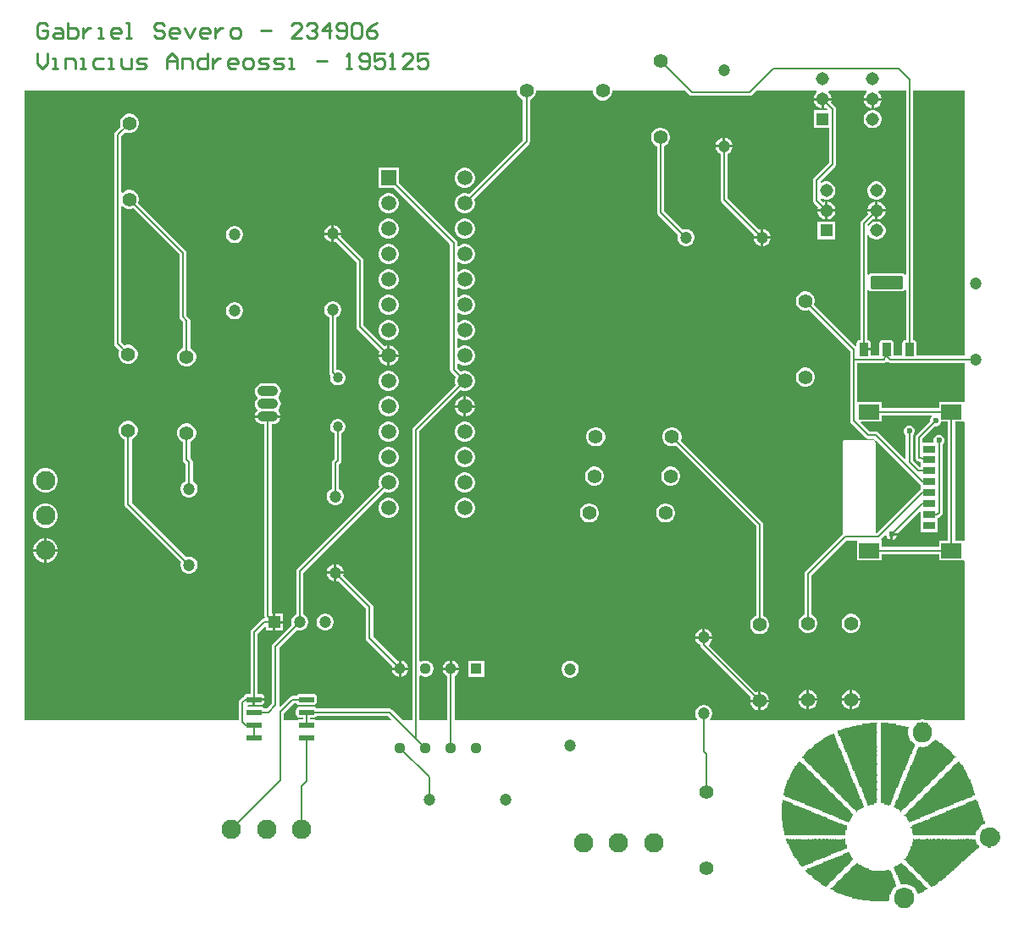
<source format=gtl>
G04*
G04 #@! TF.GenerationSoftware,Altium Limited,Altium Designer,22.1.2 (22)*
G04*
G04 Layer_Physical_Order=1*
G04 Layer_Color=255*
%FSLAX43Y43*%
%MOMM*%
G71*
G04*
G04 #@! TF.SameCoordinates,3CF973F3-9CBB-499E-A860-84B5D62188FF*
G04*
G04*
G04 #@! TF.FilePolarity,Positive*
G04*
G01*
G75*
%ADD10C,0.200*%
%ADD16C,0.254*%
G04:AMPARAMS|DCode=17|XSize=0.93mm|YSize=1.31mm|CornerRadius=0.07mm|HoleSize=0mm|Usage=FLASHONLY|Rotation=0.000|XOffset=0mm|YOffset=0mm|HoleType=Round|Shape=RoundedRectangle|*
%AMROUNDEDRECTD17*
21,1,0.930,1.171,0,0,0.0*
21,1,0.791,1.310,0,0,0.0*
1,1,0.140,0.395,-0.585*
1,1,0.140,-0.395,-0.585*
1,1,0.140,-0.395,0.585*
1,1,0.140,0.395,0.585*
%
%ADD17ROUNDEDRECTD17*%
G04:AMPARAMS|DCode=18|XSize=3.24mm|YSize=1.31mm|CornerRadius=0.098mm|HoleSize=0mm|Usage=FLASHONLY|Rotation=0.000|XOffset=0mm|YOffset=0mm|HoleType=Round|Shape=RoundedRectangle|*
%AMROUNDEDRECTD18*
21,1,3.240,1.114,0,0,0.0*
21,1,3.044,1.310,0,0,0.0*
1,1,0.197,1.522,-0.557*
1,1,0.197,-1.522,-0.557*
1,1,0.197,-1.522,0.557*
1,1,0.197,1.522,0.557*
%
%ADD18ROUNDEDRECTD18*%
%ADD19R,1.200X0.800*%
%ADD20R,2.000X1.500*%
G04:AMPARAMS|DCode=21|XSize=1.58mm|YSize=0.589mm|CornerRadius=0.118mm|HoleSize=0mm|Usage=FLASHONLY|Rotation=180.000|XOffset=0mm|YOffset=0mm|HoleType=Round|Shape=RoundedRectangle|*
%AMROUNDEDRECTD21*
21,1,1.580,0.353,0,0,180.0*
21,1,1.344,0.589,0,0,180.0*
1,1,0.236,-0.672,0.177*
1,1,0.236,0.672,0.177*
1,1,0.236,0.672,-0.177*
1,1,0.236,-0.672,-0.177*
%
%ADD21ROUNDEDRECTD21*%
%ADD40R,1.130X1.130*%
%ADD41C,1.130*%
%ADD42R,1.200X1.200*%
%ADD43C,1.200*%
%ADD44C,1.950*%
%ADD45C,1.400*%
%ADD46C,1.030*%
%ADD47R,1.499X1.499*%
%ADD48C,1.499*%
%ADD49O,2.080X1.040*%
%ADD50C,1.308*%
%ADD51R,1.308X1.308*%
%ADD52C,0.600*%
G36*
X92126Y61639D02*
X91999Y61601D01*
X91966Y61651D01*
X91851Y61728D01*
X91715Y61755D01*
X88671D01*
X88535Y61728D01*
X88420Y61651D01*
X88387Y61601D01*
X88260Y61639D01*
Y65555D01*
X88387Y65589D01*
X88454Y65473D01*
X88622Y65305D01*
X88828Y65186D01*
X89058Y65124D01*
X89296D01*
X89526Y65186D01*
X89732Y65305D01*
X89900Y65473D01*
X90019Y65679D01*
X90081Y65909D01*
Y66147D01*
X90019Y66377D01*
X89900Y66583D01*
X89732Y66751D01*
X89526Y66870D01*
X89296Y66932D01*
X89058D01*
X88828Y66870D01*
X88622Y66751D01*
X88454Y66583D01*
X88417Y66520D01*
X88286Y66546D01*
X88276Y66622D01*
X88834Y67180D01*
X89050Y67122D01*
Y67901D01*
X88271D01*
X88329Y67685D01*
X87651Y67006D01*
X87573Y66891D01*
X87546Y66754D01*
Y55068D01*
X87508D01*
X87381Y55043D01*
X87274Y54972D01*
X87203Y54865D01*
X87178Y54738D01*
Y54551D01*
X87051Y54498D01*
X82945Y58604D01*
X82950Y58612D01*
X83015Y58854D01*
Y59104D01*
X82950Y59346D01*
X82825Y59562D01*
X82648Y59739D01*
X82432Y59864D01*
X82190Y59929D01*
X81940D01*
X81698Y59864D01*
X81482Y59739D01*
X81305Y59562D01*
X81180Y59346D01*
X81115Y59104D01*
Y58854D01*
X81180Y58612D01*
X81305Y58396D01*
X81482Y58219D01*
X81698Y58094D01*
X81940Y58029D01*
X82190D01*
X82432Y58094D01*
X82440Y58099D01*
X86560Y53980D01*
Y53137D01*
Y46965D01*
X86587Y46828D01*
X86664Y46712D01*
X88086Y45290D01*
X88202Y45213D01*
X88339Y45186D01*
X88954D01*
X89043Y45097D01*
X88962Y44999D01*
X88914Y45030D01*
X88816Y45050D01*
X86019D01*
X85921Y45030D01*
X85839Y44975D01*
X85784Y44893D01*
X85764Y44795D01*
Y35790D01*
X85784Y35693D01*
X85805Y35660D01*
X85800Y35635D01*
X82067Y31901D01*
X81989Y31785D01*
X81962Y31649D01*
Y27609D01*
X81952Y27606D01*
X81736Y27481D01*
X81559Y27304D01*
X81434Y27088D01*
X81369Y26846D01*
Y26596D01*
X81434Y26354D01*
X81559Y26138D01*
X81736Y25961D01*
X81952Y25836D01*
X82194Y25771D01*
X82444D01*
X82686Y25836D01*
X82902Y25961D01*
X83079Y26138D01*
X83204Y26354D01*
X83269Y26596D01*
Y26846D01*
X83204Y27088D01*
X83079Y27304D01*
X82902Y27481D01*
X82686Y27606D01*
X82676Y27609D01*
Y31501D01*
X86201Y35026D01*
X87103D01*
X87219Y35000D01*
Y33000D01*
X89719D01*
Y33643D01*
X95419D01*
Y33000D01*
X97919D01*
X98000Y32907D01*
Y17000D01*
X94264D01*
X94240Y17005D01*
X94051D01*
X94036Y17026D01*
X93954Y17081D01*
X93856Y17101D01*
X93665D01*
X93567Y17081D01*
X93484Y17026D01*
X93470Y17005D01*
X93281D01*
X93257Y17000D01*
X90431D01*
X90406Y17005D01*
X89640D01*
X89615Y17000D01*
X89281D01*
X89256Y17005D01*
X88490D01*
X88465Y17000D01*
X72583D01*
X72530Y17127D01*
X72585Y17182D01*
X72697Y17376D01*
X72755Y17592D01*
Y17816D01*
X72697Y18032D01*
X72585Y18226D01*
X72427Y18384D01*
X72233Y18496D01*
X72017Y18554D01*
X71793D01*
X71577Y18496D01*
X71383Y18384D01*
X71225Y18226D01*
X71113Y18032D01*
X71055Y17816D01*
Y17592D01*
X71113Y17376D01*
X71225Y17182D01*
X71280Y17127D01*
X71227Y17000D01*
X46989D01*
Y21442D01*
X47135Y21527D01*
X47287Y21679D01*
X47395Y21866D01*
X47446Y22055D01*
X46632D01*
X45818D01*
X45869Y21866D01*
X45977Y21679D01*
X46129Y21527D01*
X46275Y21442D01*
Y17000D01*
X43509D01*
Y21445D01*
X43636Y21504D01*
X43777Y21423D01*
X43985Y21367D01*
X44199D01*
X44407Y21423D01*
X44592Y21530D01*
X44744Y21682D01*
X44851Y21867D01*
X44907Y22075D01*
Y22289D01*
X44851Y22497D01*
X44744Y22682D01*
X44592Y22834D01*
X44407Y22941D01*
X44199Y22997D01*
X43985D01*
X43777Y22941D01*
X43636Y22860D01*
X43509Y22919D01*
Y45953D01*
X47617Y50062D01*
X47643Y50047D01*
X47897Y49979D01*
X48161D01*
X48415Y50047D01*
X48643Y50178D01*
X48829Y50364D01*
X48960Y50592D01*
X49028Y50846D01*
Y51110D01*
X48960Y51364D01*
X48829Y51592D01*
X48643Y51778D01*
X48415Y51909D01*
X48161Y51977D01*
X47897D01*
X47643Y51909D01*
X47617Y51894D01*
X47268Y52243D01*
Y52700D01*
X47386Y52748D01*
X47415Y52718D01*
X47643Y52587D01*
X47897Y52519D01*
X48161D01*
X48415Y52587D01*
X48643Y52718D01*
X48829Y52904D01*
X48960Y53132D01*
X49028Y53386D01*
Y53650D01*
X48960Y53904D01*
X48829Y54132D01*
X48643Y54318D01*
X48415Y54449D01*
X48161Y54517D01*
X47897D01*
X47643Y54449D01*
X47415Y54318D01*
X47386Y54288D01*
X47268Y54336D01*
Y55240D01*
X47386Y55288D01*
X47415Y55258D01*
X47643Y55127D01*
X47897Y55059D01*
X48161D01*
X48415Y55127D01*
X48643Y55258D01*
X48829Y55444D01*
X48960Y55672D01*
X49028Y55926D01*
Y56190D01*
X48960Y56444D01*
X48829Y56672D01*
X48643Y56858D01*
X48415Y56989D01*
X48161Y57057D01*
X47897D01*
X47643Y56989D01*
X47415Y56858D01*
X47386Y56828D01*
X47268Y56876D01*
Y57780D01*
X47386Y57828D01*
X47415Y57798D01*
X47643Y57667D01*
X47897Y57599D01*
X48161D01*
X48415Y57667D01*
X48643Y57798D01*
X48829Y57984D01*
X48960Y58212D01*
X49028Y58466D01*
Y58730D01*
X48960Y58984D01*
X48829Y59212D01*
X48643Y59398D01*
X48415Y59529D01*
X48161Y59597D01*
X47897D01*
X47643Y59529D01*
X47415Y59398D01*
X47386Y59368D01*
X47268Y59416D01*
Y60320D01*
X47386Y60368D01*
X47415Y60338D01*
X47643Y60207D01*
X47897Y60139D01*
X48161D01*
X48415Y60207D01*
X48643Y60338D01*
X48829Y60524D01*
X48960Y60752D01*
X49028Y61006D01*
Y61270D01*
X48960Y61524D01*
X48829Y61752D01*
X48643Y61938D01*
X48415Y62069D01*
X48161Y62137D01*
X47897D01*
X47643Y62069D01*
X47415Y61938D01*
X47386Y61908D01*
X47268Y61956D01*
Y62860D01*
X47386Y62908D01*
X47415Y62878D01*
X47643Y62747D01*
X47897Y62679D01*
X48161D01*
X48415Y62747D01*
X48643Y62878D01*
X48829Y63064D01*
X48960Y63292D01*
X49028Y63546D01*
Y63810D01*
X48960Y64064D01*
X48829Y64292D01*
X48643Y64478D01*
X48415Y64609D01*
X48161Y64677D01*
X47897D01*
X47643Y64609D01*
X47415Y64478D01*
X47386Y64448D01*
X47268Y64496D01*
Y64796D01*
X47241Y64932D01*
X47164Y65048D01*
X41408Y70803D01*
Y72297D01*
X39410D01*
Y70299D01*
X40904D01*
X46555Y64648D01*
Y52096D01*
X46582Y51959D01*
X46659Y51843D01*
X47113Y51390D01*
X47098Y51364D01*
X47030Y51110D01*
Y50846D01*
X47098Y50592D01*
X47113Y50566D01*
X42900Y46354D01*
X42823Y46238D01*
X42795Y46101D01*
Y17000D01*
X41839D01*
X40755Y18083D01*
X40640Y18161D01*
X40503Y18188D01*
X33190D01*
X33134Y18273D01*
X33012Y18354D01*
X32868Y18383D01*
X31524D01*
X31381Y18354D01*
X31259Y18273D01*
X31178Y18151D01*
X31149Y18008D01*
Y17654D01*
X31178Y17511D01*
X31259Y17389D01*
X31381Y17308D01*
X31524Y17279D01*
X31839D01*
Y17113D01*
X31524D01*
X31381Y17084D01*
X31259Y17003D01*
X31257Y17000D01*
X29920D01*
Y17734D01*
X30930Y18744D01*
X31202D01*
X31259Y18659D01*
X31381Y18578D01*
X31524Y18549D01*
X32868D01*
X33012Y18578D01*
X33134Y18659D01*
X33215Y18781D01*
X33243Y18924D01*
Y19278D01*
X33215Y19421D01*
X33134Y19543D01*
X33012Y19624D01*
X32868Y19653D01*
X31524D01*
X31381Y19624D01*
X31259Y19543D01*
X31202Y19458D01*
X30782D01*
X30646Y19431D01*
X30530Y19353D01*
X29567Y18390D01*
X29450Y18453D01*
X29463Y18517D01*
Y24287D01*
X31223Y26047D01*
X31407Y25998D01*
X31631D01*
X31847Y26056D01*
X32041Y26168D01*
X32199Y26326D01*
X32311Y26520D01*
X32369Y26736D01*
Y26960D01*
X32311Y27176D01*
X32199Y27370D01*
X32041Y27528D01*
X31876Y27623D01*
Y31780D01*
X39997Y39902D01*
X40023Y39887D01*
X40277Y39819D01*
X40541D01*
X40795Y39887D01*
X41023Y40018D01*
X41209Y40204D01*
X41340Y40432D01*
X41408Y40686D01*
Y40950D01*
X41340Y41204D01*
X41209Y41432D01*
X41023Y41618D01*
X40795Y41749D01*
X40541Y41817D01*
X40277D01*
X40023Y41749D01*
X39795Y41618D01*
X39609Y41432D01*
X39478Y41204D01*
X39410Y40950D01*
Y40686D01*
X39478Y40432D01*
X39493Y40406D01*
X31267Y32180D01*
X31189Y32065D01*
X31162Y31928D01*
Y27623D01*
X30997Y27528D01*
X30839Y27370D01*
X30727Y27176D01*
X30669Y26960D01*
Y26736D01*
X30718Y26552D01*
X28854Y24687D01*
X28776Y24572D01*
X28749Y24435D01*
Y18665D01*
X28272Y18188D01*
X27941D01*
X27884Y18273D01*
X27763Y18354D01*
X27619Y18383D01*
X26275D01*
X26267Y18436D01*
X26383Y18545D01*
X26820D01*
Y19101D01*
X26947D01*
Y19228D01*
X27998D01*
Y19278D01*
X27969Y19423D01*
X27887Y19546D01*
X27764Y19628D01*
X27619Y19657D01*
X27304D01*
Y25684D01*
X27998Y26378D01*
X28125Y26326D01*
Y25994D01*
X28852D01*
Y26848D01*
Y27702D01*
X28701D01*
Y46641D01*
X28864D01*
X29066Y46668D01*
X29254Y46746D01*
X29416Y46870D01*
X29540Y47032D01*
X29618Y47220D01*
X29628Y47295D01*
X28344D01*
X27060D01*
X27070Y47220D01*
X27148Y47032D01*
X27272Y46870D01*
X27434Y46746D01*
X27622Y46668D01*
X27824Y46641D01*
X27987D01*
Y27483D01*
X28014Y27346D01*
X28024Y27332D01*
X27963Y27205D01*
X27826Y27178D01*
X27711Y27100D01*
X26695Y26084D01*
X26617Y25969D01*
X26590Y25832D01*
Y19657D01*
X26275D01*
X26130Y19628D01*
X26007Y19546D01*
X25925Y19423D01*
X25919Y19395D01*
X25856Y19353D01*
X25552Y19049D01*
X25474Y18933D01*
X25447Y18796D01*
Y17000D01*
X4000D01*
Y80000D01*
X53240D01*
Y79875D01*
X53305Y79633D01*
X53430Y79417D01*
X53607Y79240D01*
X53823Y79115D01*
X53833Y79112D01*
Y75067D01*
X48441Y69674D01*
X48415Y69689D01*
X48161Y69757D01*
X47897D01*
X47643Y69689D01*
X47415Y69558D01*
X47229Y69372D01*
X47098Y69144D01*
X47030Y68890D01*
Y68626D01*
X47098Y68372D01*
X47229Y68144D01*
X47415Y67958D01*
X47643Y67827D01*
X47897Y67759D01*
X48161D01*
X48415Y67827D01*
X48643Y67958D01*
X48829Y68144D01*
X48960Y68372D01*
X49028Y68626D01*
Y68890D01*
X48960Y69144D01*
X48945Y69170D01*
X54442Y74667D01*
X54520Y74782D01*
X54547Y74919D01*
Y79112D01*
X54557Y79115D01*
X54773Y79240D01*
X54950Y79417D01*
X55075Y79633D01*
X55140Y79875D01*
Y80000D01*
X60860D01*
Y79875D01*
X60925Y79633D01*
X61050Y79417D01*
X61227Y79240D01*
X61443Y79115D01*
X61685Y79050D01*
X61935D01*
X62177Y79115D01*
X62393Y79240D01*
X62570Y79417D01*
X62695Y79633D01*
X62760Y79875D01*
Y80000D01*
X70064D01*
X70459Y79605D01*
X70575Y79528D01*
X70711Y79501D01*
X76502D01*
X76639Y79528D01*
X76755Y79605D01*
X77149Y80000D01*
X83177D01*
X83213Y79873D01*
X83069Y79730D01*
X82950Y79522D01*
X82890Y79299D01*
X83796D01*
X84702D01*
X84642Y79522D01*
X84523Y79730D01*
X84379Y79873D01*
X84415Y80000D01*
X88177D01*
X88213Y79873D01*
X88069Y79730D01*
X87950Y79522D01*
X87890Y79299D01*
X88796D01*
X89702D01*
X89642Y79522D01*
X89523Y79730D01*
X89379Y79873D01*
X89415Y80000D01*
X92126D01*
Y61639D01*
D02*
G37*
G36*
X98000Y53494D02*
X93265D01*
X93204Y53568D01*
Y54738D01*
X93179Y54863D01*
X93109Y54969D01*
X93003Y55039D01*
X92878Y55064D01*
X92840D01*
Y80000D01*
X98000D01*
Y53494D01*
D02*
G37*
G36*
X88420Y60035D02*
X88535Y59958D01*
X88671Y59931D01*
X91715D01*
X91851Y59958D01*
X91966Y60035D01*
X91999Y60085D01*
X92126Y60047D01*
Y55064D01*
X92088D01*
X91963Y55039D01*
X91857Y54969D01*
X91787Y54863D01*
X91762Y54738D01*
Y53568D01*
X91701Y53494D01*
X90975D01*
X90914Y53568D01*
Y54738D01*
X90889Y54863D01*
X90819Y54969D01*
X90713Y55039D01*
X90588Y55064D01*
X89798D01*
X89673Y55039D01*
X89567Y54969D01*
X89497Y54863D01*
X89472Y54738D01*
Y53568D01*
X89411Y53494D01*
X88689D01*
X88628Y53568D01*
Y54026D01*
X87903D01*
Y54280D01*
X88628D01*
Y54738D01*
X88603Y54865D01*
X88532Y54972D01*
X88425Y55043D01*
X88298Y55068D01*
X88260D01*
Y60047D01*
X88387Y60085D01*
X88420Y60035D01*
D02*
G37*
G36*
X90308Y52860D02*
X90387Y52807D01*
X90523Y52780D01*
X98000D01*
Y48983D01*
X97919Y48890D01*
X95419D01*
Y48247D01*
X89719D01*
Y48890D01*
X87273D01*
Y52780D01*
X89914D01*
X89936Y52785D01*
X89958Y52783D01*
X90003Y52798D01*
X90050Y52807D01*
X90069Y52820D01*
X90090Y52827D01*
X90126Y52858D01*
X90166Y52885D01*
X90260D01*
X90308Y52860D01*
D02*
G37*
G36*
X94733Y47406D02*
X94616Y47289D01*
X94533Y47087D01*
Y46932D01*
X93192Y45592D01*
X93115Y45476D01*
X93087Y45339D01*
Y43256D01*
X93095Y43219D01*
X93095Y43181D01*
X93108Y43151D01*
X93115Y43120D01*
X93136Y43088D01*
X93151Y43053D01*
X93174Y43031D01*
X93192Y43004D01*
X93224Y42983D01*
X93251Y42956D01*
X93281Y42945D01*
X93308Y42927D01*
X93345Y42919D01*
X93380Y42905D01*
X93619Y42862D01*
Y42327D01*
X93481D01*
X92810Y42998D01*
Y45553D01*
X92920Y45663D01*
X93004Y45865D01*
Y46084D01*
X92920Y46286D01*
X92765Y46440D01*
X92563Y46524D01*
X92344D01*
X92142Y46440D01*
X91987Y46286D01*
X91904Y46084D01*
Y45865D01*
X91987Y45663D01*
X92097Y45553D01*
Y43218D01*
X91979Y43170D01*
X89354Y45795D01*
X89239Y45872D01*
X89102Y45899D01*
X88487D01*
X87613Y46773D01*
X87662Y46890D01*
X89719D01*
Y47533D01*
X94681D01*
X94733Y47406D01*
D02*
G37*
G36*
X96312Y35000D02*
X95419D01*
Y34357D01*
X89719D01*
Y35000D01*
X89673D01*
X89635Y35127D01*
X89639Y35130D01*
X90030Y35521D01*
X90167Y35478D01*
X90231Y35323D01*
X90387Y35167D01*
X90574Y35089D01*
Y35636D01*
X90701D01*
Y35763D01*
X91333D01*
X93492Y37923D01*
X93619Y37870D01*
Y36920D01*
Y35820D01*
X95319D01*
Y37237D01*
X95333Y37240D01*
X95449Y37318D01*
X95678Y37546D01*
X95755Y37662D01*
X95782Y37799D01*
Y44613D01*
X95892Y44723D01*
X95975Y44925D01*
Y45144D01*
X95892Y45346D01*
X95737Y45501D01*
X95535Y45584D01*
X95316D01*
X95114Y45501D01*
X94959Y45346D01*
X94875Y45144D01*
Y44925D01*
X94805Y44820D01*
X93801D01*
Y45191D01*
X95037Y46428D01*
X95192D01*
X95394Y46511D01*
X95549Y46666D01*
X95632Y46868D01*
Y46890D01*
X96312D01*
Y35000D01*
D02*
G37*
G36*
X93522Y40618D02*
X93619Y40553D01*
Y40087D01*
X93522Y40022D01*
X89239Y35739D01*
X89113D01*
X89071Y35790D01*
Y44795D01*
X89052Y44893D01*
X89020Y44940D01*
X89118Y45021D01*
X93522Y40618D01*
D02*
G37*
G36*
X97919Y46890D02*
X98000Y46797D01*
Y35093D01*
X97919Y35000D01*
X97026D01*
Y46890D01*
X97919D01*
D02*
G37*
G36*
X40712Y17117D02*
X40663Y17000D01*
X33136D01*
X33134Y17003D01*
X33012Y17084D01*
X32868Y17113D01*
X32553D01*
Y17279D01*
X32868D01*
X33012Y17308D01*
X33134Y17389D01*
X33190Y17474D01*
X40355D01*
X40712Y17117D01*
D02*
G37*
G36*
X93856Y16750D02*
X94240D01*
Y16654D01*
X94335D01*
Y16558D01*
X94527D01*
Y16367D01*
X94623D01*
Y16271D01*
X94719D01*
Y15408D01*
X94623D01*
Y15217D01*
X94527D01*
Y15121D01*
X94431D01*
Y15025D01*
X94335D01*
Y14929D01*
X94144D01*
Y14833D01*
X93377D01*
Y14929D01*
X93185D01*
Y15025D01*
X93090D01*
Y15121D01*
X92994D01*
Y15217D01*
X92898D01*
Y15408D01*
X92802D01*
Y16175D01*
X92898D01*
Y16367D01*
X92994D01*
Y16462D01*
X93090D01*
Y16558D01*
X93185D01*
Y16654D01*
X93281D01*
Y16750D01*
X93665D01*
Y16846D01*
X93856D01*
Y16750D01*
D02*
G37*
G36*
X95102Y15025D02*
X95294D01*
Y14929D01*
X95390D01*
Y14833D01*
X95485D01*
Y14738D01*
X95677D01*
Y14642D01*
X95773D01*
Y14546D01*
X95869D01*
Y14450D01*
X96060D01*
Y14354D01*
X96156D01*
Y14258D01*
X96252D01*
Y14163D01*
X96348D01*
Y14067D01*
X96444D01*
Y13971D01*
X96540D01*
Y13875D01*
X96635D01*
Y13779D01*
X96731D01*
Y13683D01*
X96827D01*
Y13587D01*
X96923D01*
Y13492D01*
X97019D01*
Y13396D01*
X97115D01*
Y13300D01*
X97019D01*
Y13204D01*
X96923D01*
Y13108D01*
X96827D01*
Y13012D01*
X96731D01*
Y12917D01*
X96635D01*
Y12821D01*
X96540D01*
Y12725D01*
X96444D01*
Y12629D01*
X96348D01*
Y12533D01*
X96252D01*
Y12438D01*
X96156D01*
Y12342D01*
X96060D01*
Y12246D01*
X95965D01*
Y12150D01*
X95869D01*
Y12054D01*
X95773D01*
Y11958D01*
X95677D01*
Y11863D01*
X95581D01*
Y11767D01*
X95485D01*
Y11671D01*
X95390D01*
Y11575D01*
X95294D01*
Y11479D01*
X95198D01*
Y11383D01*
X95102D01*
Y11288D01*
X95006D01*
Y11192D01*
X94910D01*
Y11096D01*
X94815D01*
Y11000D01*
X94719D01*
Y10904D01*
X94623D01*
Y10808D01*
X94527D01*
Y10712D01*
X94431D01*
Y10617D01*
X94335D01*
Y10521D01*
X94240D01*
Y10425D01*
X94144D01*
Y10329D01*
X94048D01*
Y10233D01*
X93952D01*
Y10137D01*
X93856D01*
Y10042D01*
X93760D01*
Y9946D01*
X93665D01*
Y9850D01*
X93569D01*
Y9754D01*
X93473D01*
Y9658D01*
X93377D01*
Y9562D01*
X93281D01*
Y9467D01*
X93185D01*
Y9371D01*
X93090D01*
Y9275D01*
X92994D01*
Y9179D01*
X92898D01*
Y9083D01*
X92802D01*
Y8988D01*
X92706D01*
Y8892D01*
X92610D01*
Y8796D01*
X92515D01*
Y8700D01*
X92419D01*
Y8604D01*
X92323D01*
Y8508D01*
X92227D01*
Y8413D01*
X92131D01*
Y8317D01*
X92035D01*
Y8221D01*
X91940D01*
Y8125D01*
X91844D01*
Y8029D01*
X91748D01*
Y7933D01*
X91652D01*
Y7838D01*
X91556D01*
Y7933D01*
X91460D01*
Y8029D01*
X91365D01*
Y8125D01*
X91173D01*
Y8221D01*
X91077D01*
Y8317D01*
X90885D01*
Y8413D01*
X90981D01*
Y8604D01*
X91077D01*
Y8892D01*
X91173D01*
Y9083D01*
X91269D01*
Y9275D01*
X91365D01*
Y9562D01*
X91460D01*
Y9754D01*
X91556D01*
Y10042D01*
X91652D01*
Y10233D01*
X91748D01*
Y10521D01*
X91844D01*
Y10712D01*
X91940D01*
Y10904D01*
X92035D01*
Y11192D01*
X92131D01*
Y11383D01*
X92227D01*
Y11671D01*
X92323D01*
Y11863D01*
X92419D01*
Y12054D01*
X92515D01*
Y12342D01*
X92610D01*
Y12533D01*
X92706D01*
Y12821D01*
X92802D01*
Y13012D01*
X92898D01*
Y13204D01*
X92994D01*
Y13492D01*
X93090D01*
Y13683D01*
X93185D01*
Y13971D01*
X93281D01*
Y14163D01*
X93377D01*
Y14354D01*
X93473D01*
Y14450D01*
X93569D01*
Y14354D01*
X94048D01*
Y14450D01*
X94335D01*
Y14546D01*
X94527D01*
Y14642D01*
X94623D01*
Y14738D01*
X94719D01*
Y14833D01*
X94815D01*
Y14929D01*
X94910D01*
Y15025D01*
X95006D01*
Y15121D01*
X95102D01*
Y15025D01*
D02*
G37*
G36*
X90406Y16654D02*
X91173D01*
Y16558D01*
X91652D01*
Y16462D01*
X92035D01*
Y16367D01*
X92419D01*
Y16175D01*
X92323D01*
Y15504D01*
X92419D01*
Y15217D01*
X92515D01*
Y15025D01*
X92610D01*
Y14929D01*
X92706D01*
Y14833D01*
X92802D01*
Y14738D01*
X92898D01*
Y14642D01*
X92994D01*
Y14354D01*
X92898D01*
Y14163D01*
X92802D01*
Y13971D01*
X92706D01*
Y13683D01*
X92610D01*
Y13492D01*
X92515D01*
Y13204D01*
X92419D01*
Y13012D01*
X92323D01*
Y12725D01*
X92227D01*
Y12533D01*
X92131D01*
Y12342D01*
X92035D01*
Y12054D01*
X91940D01*
Y11863D01*
X91844D01*
Y11575D01*
X91748D01*
Y11383D01*
X91652D01*
Y11192D01*
X91556D01*
Y10904D01*
X91460D01*
Y10712D01*
X91365D01*
Y10425D01*
X91269D01*
Y10233D01*
X91173D01*
Y10042D01*
X91077D01*
Y9754D01*
X90981D01*
Y9562D01*
X90885D01*
Y9275D01*
X90790D01*
Y9083D01*
X90694D01*
Y8796D01*
X90598D01*
Y8604D01*
X90502D01*
Y8508D01*
X90310D01*
Y8604D01*
X89927D01*
Y8700D01*
X89640D01*
Y14929D01*
Y15025D01*
Y16750D01*
X90406D01*
Y16654D01*
D02*
G37*
G36*
X89256D02*
X89160D01*
Y15887D01*
X89256D01*
Y15792D01*
X89160D01*
Y14450D01*
X89256D01*
Y14354D01*
X89160D01*
Y13971D01*
X89256D01*
Y13875D01*
X89160D01*
Y13587D01*
X89256D01*
Y13492D01*
X89160D01*
Y12725D01*
X89256D01*
Y12533D01*
X89160D01*
Y12150D01*
Y12054D01*
Y11575D01*
X89256D01*
Y11479D01*
X89160D01*
Y10904D01*
X89256D01*
Y10808D01*
X89160D01*
Y10137D01*
X89256D01*
Y10042D01*
X89160D01*
Y9179D01*
X89256D01*
Y9083D01*
X89160D01*
Y8700D01*
X88969D01*
Y8604D01*
X88490D01*
Y8508D01*
X88298D01*
Y8700D01*
X88202D01*
Y8988D01*
X88106D01*
Y9179D01*
X88010D01*
Y9371D01*
X87915D01*
Y9658D01*
X87819D01*
Y9850D01*
X87723D01*
Y10137D01*
X87627D01*
Y10329D01*
X87531D01*
Y10521D01*
X87435D01*
Y10808D01*
X87340D01*
Y11000D01*
X87244D01*
Y11288D01*
X87148D01*
Y11479D01*
X87052D01*
Y11671D01*
X86956D01*
Y11958D01*
X86860D01*
Y12150D01*
X86765D01*
Y12438D01*
X86669D01*
Y12629D01*
X86573D01*
Y12917D01*
X86477D01*
Y13108D01*
X86381D01*
Y13300D01*
X86285D01*
Y13587D01*
X86190D01*
Y13779D01*
X86094D01*
Y14067D01*
X85998D01*
Y14258D01*
X85902D01*
Y14546D01*
X85806D01*
Y14738D01*
X85710D01*
Y14929D01*
X85615D01*
Y15217D01*
X85519D01*
Y15408D01*
X85423D01*
Y15696D01*
X85327D01*
Y15983D01*
X85615D01*
Y16079D01*
X85806D01*
Y16175D01*
X86094D01*
Y16271D01*
X86477D01*
Y16367D01*
X86765D01*
Y16462D01*
X87148D01*
Y16558D01*
X87723D01*
Y16654D01*
X88490D01*
Y16750D01*
X89256D01*
Y16654D01*
D02*
G37*
G36*
X84944Y15504D02*
X85040D01*
Y15217D01*
X85135D01*
Y15025D01*
X85231D01*
Y14738D01*
X85327D01*
Y14546D01*
X85423D01*
Y14258D01*
X85519D01*
Y14067D01*
X85615D01*
Y13875D01*
X85710D01*
Y13587D01*
X85806D01*
Y13396D01*
X85902D01*
Y13108D01*
X85998D01*
Y12917D01*
X86094D01*
Y12725D01*
X86190D01*
Y12438D01*
X86285D01*
Y12246D01*
X86381D01*
Y11958D01*
X86477D01*
Y11767D01*
X86573D01*
Y11575D01*
Y11479D01*
X86669D01*
Y11288D01*
X86765D01*
Y11096D01*
X86860D01*
Y10808D01*
X86956D01*
Y10617D01*
X87052D01*
Y10329D01*
X87148D01*
Y10137D01*
X87244D01*
Y9946D01*
X87340D01*
Y9658D01*
X87435D01*
Y9467D01*
X87531D01*
Y9179D01*
X87627D01*
Y8988D01*
X87723D01*
Y8700D01*
X87819D01*
Y8508D01*
X87915D01*
Y8317D01*
X87819D01*
Y8221D01*
X87627D01*
Y8125D01*
X87531D01*
Y8029D01*
X87340D01*
Y7933D01*
X87244D01*
Y7838D01*
X87148D01*
Y7933D01*
X87052D01*
Y8029D01*
X86956D01*
Y8125D01*
X86860D01*
Y8221D01*
X86765D01*
Y8317D01*
X86669D01*
Y8413D01*
X86573D01*
Y8508D01*
X86477D01*
Y8604D01*
X86381D01*
Y8700D01*
X86285D01*
Y8796D01*
X86190D01*
Y8892D01*
X86094D01*
Y8988D01*
X85998D01*
Y9083D01*
X85902D01*
Y9179D01*
X85806D01*
Y9275D01*
X85710D01*
Y9371D01*
X85615D01*
Y9467D01*
X85519D01*
Y9562D01*
X85423D01*
Y9658D01*
X85327D01*
Y9754D01*
X85231D01*
Y9850D01*
X85135D01*
Y9946D01*
X85040D01*
Y10042D01*
X84944D01*
Y10137D01*
X84848D01*
Y10233D01*
X84752D01*
Y10329D01*
X84656D01*
Y10425D01*
X84560D01*
Y10521D01*
X84465D01*
Y10617D01*
X84369D01*
Y10712D01*
X84273D01*
Y10808D01*
X84177D01*
Y10904D01*
X84081D01*
Y11000D01*
X83985D01*
Y11096D01*
X83890D01*
Y11192D01*
X83794D01*
Y11288D01*
X83698D01*
Y11383D01*
X83602D01*
Y11479D01*
X83506D01*
Y11575D01*
X83410D01*
Y11671D01*
X83315D01*
Y11767D01*
X83219D01*
Y11863D01*
X83123D01*
Y11958D01*
X83027D01*
Y12054D01*
X82931D01*
Y12150D01*
X82835D01*
Y12246D01*
X82740D01*
Y12342D01*
X82644D01*
Y12438D01*
X82548D01*
Y12533D01*
X82452D01*
Y12629D01*
X82356D01*
Y12725D01*
X82260D01*
Y12821D01*
X82165D01*
Y12917D01*
X82069D01*
Y13012D01*
X81973D01*
Y13108D01*
X81877D01*
Y13204D01*
X81781D01*
Y13396D01*
X81877D01*
Y13587D01*
X81973D01*
Y13683D01*
X82069D01*
Y13779D01*
X82165D01*
Y13875D01*
X82260D01*
Y13971D01*
X82356D01*
Y14067D01*
X82452D01*
Y14163D01*
X82644D01*
Y14258D01*
X82740D01*
Y14354D01*
X82835D01*
Y14450D01*
X82931D01*
Y14546D01*
X83027D01*
Y14642D01*
X83219D01*
Y14738D01*
X83315D01*
Y14833D01*
X83410D01*
Y14929D01*
X83602D01*
Y15025D01*
X83698D01*
Y15121D01*
X83890D01*
Y15217D01*
X83985D01*
Y15312D01*
X84177D01*
Y15408D01*
X84369D01*
Y15504D01*
X84560D01*
Y15600D01*
X84752D01*
Y15696D01*
X84944D01*
Y15504D01*
D02*
G37*
G36*
X97498Y12725D02*
X97594D01*
Y12629D01*
X97690D01*
Y12533D01*
X97785D01*
Y12342D01*
X97881D01*
Y12150D01*
X97977D01*
Y12054D01*
X98073D01*
Y11863D01*
X98169D01*
Y11671D01*
X98265D01*
Y11479D01*
X98360D01*
Y11288D01*
X98456D01*
Y11096D01*
X98552D01*
Y10808D01*
X98648D01*
Y10617D01*
X98744D01*
Y10329D01*
X98840D01*
Y10042D01*
X98935D01*
Y9754D01*
X99031D01*
Y9467D01*
X98744D01*
Y9371D01*
X98552D01*
Y9275D01*
X98265D01*
Y9179D01*
X98073D01*
Y9083D01*
X97881D01*
Y8988D01*
X97594D01*
Y8892D01*
X97402D01*
Y8796D01*
X97115D01*
Y8700D01*
X96923D01*
Y8604D01*
X96635D01*
Y8508D01*
X96444D01*
Y8413D01*
X96252D01*
Y8317D01*
X95965D01*
Y8221D01*
X95773D01*
Y8125D01*
X95485D01*
Y8029D01*
X95294D01*
Y7933D01*
X95006D01*
Y7838D01*
X94815D01*
Y7742D01*
X94623D01*
Y7646D01*
X94335D01*
Y7550D01*
X94144D01*
Y7454D01*
X93952D01*
Y7358D01*
X93665D01*
Y7262D01*
X93473D01*
Y7167D01*
X93185D01*
Y7071D01*
X92994D01*
Y6975D01*
X92706D01*
Y6879D01*
X92515D01*
Y6783D01*
X92419D01*
Y6975D01*
X92323D01*
Y7071D01*
X92227D01*
Y7262D01*
X92131D01*
Y7358D01*
X92035D01*
Y7454D01*
X91940D01*
Y7550D01*
X92035D01*
Y7646D01*
X92131D01*
Y7742D01*
X92227D01*
Y7838D01*
X92323D01*
Y7933D01*
X92419D01*
Y8029D01*
X92515D01*
Y8125D01*
X92610D01*
Y8221D01*
X92706D01*
Y8317D01*
X92802D01*
Y8413D01*
X92898D01*
Y8508D01*
X92994D01*
Y8604D01*
X93090D01*
Y8700D01*
X93185D01*
Y8796D01*
X93281D01*
Y8892D01*
X93377D01*
Y8988D01*
X93473D01*
Y9083D01*
X93569D01*
Y9179D01*
X93665D01*
Y9275D01*
X93760D01*
Y9371D01*
X93856D01*
Y9467D01*
X93952D01*
Y9562D01*
X94048D01*
Y9658D01*
X94144D01*
Y9754D01*
X94240D01*
Y9850D01*
X94335D01*
Y9946D01*
X94431D01*
Y10042D01*
X94527D01*
Y10137D01*
X94623D01*
Y10233D01*
X94719D01*
Y10329D01*
X94815D01*
Y10425D01*
X94910D01*
Y10521D01*
X95006D01*
Y10617D01*
X95102D01*
Y10712D01*
X95198D01*
Y10808D01*
X95294D01*
Y10904D01*
X95390D01*
Y11000D01*
X95485D01*
Y11096D01*
X95581D01*
Y11192D01*
X95677D01*
Y11288D01*
X95773D01*
Y11383D01*
X95869D01*
Y11479D01*
X95965D01*
Y11575D01*
X96060D01*
Y11671D01*
X96156D01*
Y11767D01*
X96252D01*
Y11863D01*
X96348D01*
Y11958D01*
X96444D01*
Y12054D01*
X96540D01*
Y12150D01*
X96635D01*
Y12246D01*
X96731D01*
Y12342D01*
X96827D01*
Y12438D01*
X96923D01*
Y12533D01*
X97019D01*
Y12629D01*
X97115D01*
Y12725D01*
X97210D01*
Y12821D01*
X97306D01*
Y12917D01*
X97498D01*
Y12725D01*
D02*
G37*
G36*
X81590Y12821D02*
X81685D01*
Y12725D01*
X81781D01*
Y12629D01*
X81877D01*
Y12533D01*
X81973D01*
Y12438D01*
X82069D01*
Y12342D01*
X82165D01*
Y12246D01*
X82260D01*
Y12150D01*
X82356D01*
Y12054D01*
X82452D01*
Y11958D01*
X82548D01*
Y11863D01*
X82644D01*
Y11767D01*
X82740D01*
Y11671D01*
X82835D01*
Y11575D01*
X82931D01*
Y11479D01*
X83027D01*
Y11383D01*
X83123D01*
Y11288D01*
X83219D01*
Y11192D01*
X83315D01*
Y11096D01*
X83410D01*
Y11000D01*
X83506D01*
Y10904D01*
X83602D01*
Y10808D01*
X83698D01*
Y10712D01*
X83794D01*
Y10617D01*
X83890D01*
Y10521D01*
X83985D01*
Y10425D01*
X84081D01*
Y10329D01*
X84177D01*
Y10233D01*
X84273D01*
Y10137D01*
X84369D01*
Y10042D01*
X84465D01*
Y9946D01*
X84560D01*
Y9850D01*
X84656D01*
Y9754D01*
X84752D01*
Y9658D01*
X84848D01*
Y9562D01*
X84944D01*
Y9467D01*
X85040D01*
Y9371D01*
X85135D01*
Y9275D01*
X85231D01*
Y9179D01*
X85327D01*
Y9083D01*
X85423D01*
Y8988D01*
X85519D01*
Y8892D01*
X85615D01*
Y8796D01*
X85710D01*
Y8700D01*
X85806D01*
Y8604D01*
X85902D01*
Y8508D01*
X85998D01*
Y8413D01*
X86094D01*
Y8317D01*
X86190D01*
Y8221D01*
X86285D01*
Y8125D01*
X86381D01*
Y8029D01*
X86477D01*
Y7933D01*
X86573D01*
Y7838D01*
X86669D01*
Y7742D01*
X86765D01*
Y7646D01*
X86860D01*
Y7454D01*
X86765D01*
Y7262D01*
X86669D01*
Y7167D01*
X86573D01*
Y6975D01*
X86477D01*
Y6879D01*
X86381D01*
Y6783D01*
X86285D01*
Y6879D01*
X86094D01*
Y6975D01*
X85902D01*
Y7071D01*
X85615D01*
Y7167D01*
X85423D01*
Y7262D01*
X85135D01*
Y7358D01*
X84944D01*
Y7454D01*
X84752D01*
Y7550D01*
X84465D01*
Y7646D01*
X84273D01*
Y7742D01*
X83985D01*
Y7838D01*
X83794D01*
Y7933D01*
X83506D01*
Y8029D01*
X83315D01*
Y8125D01*
X83123D01*
Y8221D01*
X82835D01*
Y8317D01*
X82644D01*
Y8413D01*
X82452D01*
Y8508D01*
X82165D01*
Y8604D01*
X81973D01*
Y8700D01*
X81685D01*
Y8796D01*
X81494D01*
Y8892D01*
X81206D01*
Y8988D01*
X81015D01*
Y9083D01*
X80727D01*
Y9179D01*
X80535D01*
Y9275D01*
X80344D01*
Y9371D01*
X80056D01*
Y9467D01*
X79865D01*
Y9754D01*
X79960D01*
Y10137D01*
X80056D01*
Y10425D01*
X80152D01*
Y10712D01*
X80248D01*
Y11000D01*
X80344D01*
Y11192D01*
X80440D01*
Y11383D01*
X80535D01*
Y11575D01*
X80631D01*
Y11767D01*
X80727D01*
Y11958D01*
X80823D01*
Y12150D01*
X80919D01*
Y12246D01*
X81015D01*
Y12438D01*
X81110D01*
Y12533D01*
X81206D01*
Y12725D01*
X81302D01*
Y12821D01*
X81398D01*
Y12917D01*
X81590D01*
Y12821D01*
D02*
G37*
G36*
X99223Y8892D02*
X99319D01*
Y8604D01*
X99415D01*
Y8317D01*
X99510D01*
Y8125D01*
X99606D01*
Y7838D01*
X99702D01*
Y7550D01*
X99798D01*
Y7262D01*
X99894D01*
Y6975D01*
X99990D01*
Y6592D01*
X99798D01*
Y6496D01*
X99606D01*
Y6400D01*
X99510D01*
Y6304D01*
X99415D01*
Y6113D01*
X99319D01*
Y6017D01*
X99223D01*
Y5825D01*
X99127D01*
Y5537D01*
X92802D01*
Y5729D01*
X92706D01*
Y6208D01*
X92610D01*
Y6400D01*
X92706D01*
Y6496D01*
X92898D01*
Y6592D01*
X93185D01*
Y6688D01*
X93377D01*
Y6783D01*
X93665D01*
Y6879D01*
X93856D01*
Y6975D01*
X94048D01*
Y7071D01*
X94335D01*
Y7167D01*
X94527D01*
Y7262D01*
X94815D01*
Y7358D01*
X95006D01*
Y7454D01*
X95294D01*
Y7550D01*
X95485D01*
Y7646D01*
X95677D01*
Y7742D01*
X95965D01*
Y7838D01*
X96156D01*
Y7933D01*
X96444D01*
Y8029D01*
X96635D01*
Y8125D01*
X96827D01*
Y8221D01*
X97115D01*
Y8317D01*
X97306D01*
Y8413D01*
X97594D01*
Y8508D01*
X97785D01*
Y8604D01*
X98073D01*
Y8700D01*
X98265D01*
Y8796D01*
X98456D01*
Y8892D01*
X98744D01*
Y8988D01*
X98935D01*
Y9083D01*
X99223D01*
Y8892D01*
D02*
G37*
G36*
X79865Y8988D02*
X80152D01*
Y8892D01*
X80344D01*
Y8796D01*
X80631D01*
Y8700D01*
X80823D01*
Y8604D01*
X81015D01*
Y8508D01*
X81302D01*
Y8413D01*
X81494D01*
Y8317D01*
X81781D01*
Y8221D01*
X81973D01*
Y8125D01*
X82165D01*
Y8029D01*
X82452D01*
Y7933D01*
X82644D01*
Y7838D01*
X82931D01*
Y7742D01*
X83123D01*
Y7646D01*
X83410D01*
Y7550D01*
X83602D01*
Y7454D01*
X83794D01*
Y7358D01*
X84081D01*
Y7262D01*
X84273D01*
Y7167D01*
X84560D01*
Y7071D01*
X84752D01*
Y6975D01*
X84944D01*
Y6879D01*
X85231D01*
Y6783D01*
X85423D01*
Y6688D01*
X85710D01*
Y6592D01*
X85902D01*
Y6496D01*
X86190D01*
Y6017D01*
X86094D01*
Y5537D01*
X79960D01*
Y5921D01*
X79865D01*
Y6304D01*
X79769D01*
Y6975D01*
X79673D01*
Y8700D01*
X79769D01*
Y9083D01*
X79865D01*
Y8988D01*
D02*
G37*
G36*
X98648Y5058D02*
X99127D01*
Y4867D01*
X99223D01*
Y4579D01*
X99319D01*
Y4483D01*
X99415D01*
Y4292D01*
X99319D01*
Y4196D01*
X99223D01*
Y4100D01*
X99127D01*
Y4004D01*
X99031D01*
Y3908D01*
X98935D01*
Y3812D01*
X98840D01*
Y3717D01*
X98648D01*
Y3621D01*
X98552D01*
Y3525D01*
X98456D01*
Y3429D01*
X98360D01*
Y3333D01*
X98265D01*
Y3237D01*
X98169D01*
Y3142D01*
X98073D01*
Y3046D01*
X97977D01*
Y2950D01*
X97881D01*
Y2854D01*
X97690D01*
Y2758D01*
X97594D01*
Y2662D01*
X97498D01*
Y2567D01*
X97402D01*
Y2471D01*
X97306D01*
Y2375D01*
X97210D01*
Y2279D01*
X97115D01*
Y2183D01*
X97019D01*
Y2088D01*
X96923D01*
Y1992D01*
X96731D01*
Y1896D01*
X96635D01*
Y1800D01*
X96540D01*
Y1704D01*
X96444D01*
Y1608D01*
X96348D01*
Y1513D01*
X96252D01*
Y1417D01*
X96156D01*
Y1321D01*
X96060D01*
Y1225D01*
X95869D01*
Y1129D01*
X95773D01*
Y1033D01*
X95677D01*
Y938D01*
X95485D01*
Y842D01*
X95390D01*
Y746D01*
X95294D01*
Y650D01*
X95102D01*
Y554D01*
X95006D01*
Y458D01*
X94815D01*
Y363D01*
X94623D01*
Y458D01*
X94527D01*
Y554D01*
X94431D01*
Y650D01*
X94335D01*
Y746D01*
X94240D01*
Y842D01*
X94144D01*
Y938D01*
X94048D01*
Y1033D01*
X93952D01*
Y1129D01*
X93856D01*
Y1225D01*
X93760D01*
Y1321D01*
X93665D01*
Y1417D01*
X93569D01*
Y1513D01*
X93473D01*
Y1608D01*
X93377D01*
Y1704D01*
X93281D01*
Y1800D01*
X93185D01*
Y1896D01*
X93090D01*
Y1992D01*
X92994D01*
Y2088D01*
X92898D01*
Y2183D01*
X92802D01*
Y2279D01*
X92706D01*
Y2375D01*
X92610D01*
Y2471D01*
X92515D01*
Y2567D01*
X92419D01*
Y2662D01*
X92323D01*
Y2758D01*
X92227D01*
Y2854D01*
X92131D01*
Y2950D01*
X92035D01*
Y3046D01*
X91940D01*
Y3142D01*
X92035D01*
Y3237D01*
X92131D01*
Y3429D01*
X92227D01*
Y3525D01*
X92323D01*
Y3717D01*
X92419D01*
Y3908D01*
X92515D01*
Y4100D01*
X92610D01*
Y4387D01*
X92706D01*
Y4867D01*
X92802D01*
Y5154D01*
X92898D01*
Y5058D01*
X93185D01*
Y5154D01*
X93281D01*
Y5058D01*
X93377D01*
Y5154D01*
X93473D01*
Y5058D01*
X94144D01*
Y5154D01*
X94335D01*
Y5058D01*
X94527D01*
Y5154D01*
X94623D01*
Y5058D01*
X94815D01*
Y5154D01*
X95006D01*
Y5058D01*
X95198D01*
Y5154D01*
X95581D01*
Y5058D01*
X95677D01*
Y5154D01*
X95869D01*
Y5058D01*
X96060D01*
Y5154D01*
X96252D01*
Y5058D01*
X96444D01*
Y5154D01*
X96540D01*
Y5058D01*
X97306D01*
Y5154D01*
X97402D01*
Y5058D01*
X97594D01*
Y5154D01*
X97690D01*
Y5058D01*
X97785D01*
Y5154D01*
X97881D01*
Y5058D01*
X98073D01*
Y5154D01*
X98456D01*
Y5058D01*
X98552D01*
Y5154D01*
X98648D01*
Y5058D01*
D02*
G37*
G36*
X86094Y4579D02*
X86190D01*
Y4196D01*
X85998D01*
Y4100D01*
X85806D01*
Y4004D01*
X85615D01*
Y3908D01*
X85327D01*
Y3812D01*
X85135D01*
Y3717D01*
X84848D01*
Y3621D01*
X84656D01*
Y3525D01*
X84369D01*
Y3429D01*
X84177D01*
Y3333D01*
X83985D01*
Y3237D01*
X83698D01*
Y3142D01*
X83506D01*
Y3046D01*
X83219D01*
Y2950D01*
X83027D01*
Y2854D01*
X82835D01*
Y2758D01*
X82548D01*
Y2662D01*
X82356D01*
Y2567D01*
X82069D01*
Y2471D01*
X81877D01*
Y2375D01*
X81685D01*
Y2471D01*
X81590D01*
Y2567D01*
X81494D01*
Y2662D01*
X81398D01*
Y2854D01*
X81302D01*
Y2950D01*
X81206D01*
Y3142D01*
X81110D01*
Y3237D01*
X81015D01*
Y3429D01*
X80919D01*
Y3525D01*
X80823D01*
Y3717D01*
X80727D01*
Y3908D01*
X80631D01*
Y4100D01*
X80535D01*
Y4292D01*
X80440D01*
Y4483D01*
X80344D01*
Y4675D01*
X80248D01*
Y4963D01*
X80152D01*
Y5154D01*
X80344D01*
Y5058D01*
X80535D01*
Y5154D01*
X80631D01*
Y5058D01*
X80823D01*
Y5154D01*
X80919D01*
Y5058D01*
X81110D01*
Y5154D01*
X81206D01*
Y5058D01*
X81302D01*
Y5154D01*
X81398D01*
Y5058D01*
X81494D01*
Y5154D01*
X81590D01*
Y5058D01*
X82356D01*
Y5154D01*
X82452D01*
Y5058D01*
X82740D01*
Y5154D01*
X82835D01*
Y5058D01*
X82931D01*
Y5154D01*
X83219D01*
Y5058D01*
X83315D01*
Y5154D01*
X83602D01*
Y5058D01*
X83794D01*
Y5154D01*
X83985D01*
Y5058D01*
X84081D01*
Y5154D01*
X84369D01*
Y5058D01*
X84560D01*
Y5154D01*
X84656D01*
Y5058D01*
X84752D01*
Y5154D01*
X84848D01*
Y5058D01*
X85040D01*
Y5154D01*
X85135D01*
Y5058D01*
X85710D01*
Y5154D01*
X85806D01*
Y5058D01*
X85902D01*
Y5154D01*
X86094D01*
Y4579D01*
D02*
G37*
G36*
X100852Y6208D02*
X101044D01*
Y6113D01*
X101140D01*
Y6017D01*
X101235D01*
Y5921D01*
X101331D01*
Y5825D01*
X101427D01*
Y5537D01*
X101523D01*
Y5058D01*
X101427D01*
Y4867D01*
X101331D01*
Y4675D01*
X101235D01*
Y4579D01*
X101140D01*
Y4483D01*
X100948D01*
Y4387D01*
X100660D01*
Y4292D01*
X100277D01*
Y4387D01*
X99990D01*
Y4483D01*
X99894D01*
Y4579D01*
X99798D01*
Y4675D01*
X99702D01*
Y4771D01*
X99606D01*
Y4963D01*
X99510D01*
Y5633D01*
X99606D01*
Y5825D01*
X99702D01*
Y6017D01*
X99798D01*
Y6113D01*
X99990D01*
Y6208D01*
X100181D01*
Y6304D01*
X100852D01*
Y6208D01*
D02*
G37*
G36*
X86477Y3621D02*
X86573D01*
Y3525D01*
X86669D01*
Y3333D01*
X86765D01*
Y3237D01*
X86860D01*
Y3046D01*
X86765D01*
Y2950D01*
X86669D01*
Y2854D01*
X86573D01*
Y2758D01*
X86477D01*
Y2662D01*
X86381D01*
Y2567D01*
X86285D01*
Y2471D01*
X86190D01*
Y2375D01*
X86094D01*
Y2279D01*
X85998D01*
Y2183D01*
X85902D01*
Y2088D01*
X85806D01*
Y1992D01*
X85710D01*
Y1896D01*
X85615D01*
Y1800D01*
X85519D01*
Y1704D01*
X85423D01*
Y1608D01*
X85327D01*
Y1513D01*
X85231D01*
Y1417D01*
X85135D01*
Y1321D01*
X85040D01*
Y1225D01*
X84944D01*
Y1129D01*
X84848D01*
Y1033D01*
X84752D01*
Y938D01*
X84656D01*
Y842D01*
X84560D01*
Y746D01*
X84465D01*
Y650D01*
X84369D01*
Y554D01*
X84273D01*
Y458D01*
X84177D01*
Y363D01*
X83985D01*
Y458D01*
X83890D01*
Y554D01*
X83698D01*
Y650D01*
X83602D01*
Y746D01*
X83410D01*
Y842D01*
X83315D01*
Y938D01*
X83219D01*
Y1033D01*
X83027D01*
Y1129D01*
X82931D01*
Y1225D01*
X82835D01*
Y1321D01*
X82740D01*
Y1417D01*
X82644D01*
Y1513D01*
X82452D01*
Y1608D01*
X82356D01*
Y1704D01*
X82260D01*
Y1800D01*
X82165D01*
Y1896D01*
X82069D01*
Y2088D01*
X82260D01*
Y2183D01*
X82548D01*
Y2279D01*
X82740D01*
Y2375D01*
X83027D01*
Y2471D01*
X83219D01*
Y2567D01*
X83410D01*
Y2662D01*
X83698D01*
Y2758D01*
X83890D01*
Y2854D01*
X84177D01*
Y2950D01*
X84369D01*
Y3046D01*
X84656D01*
Y3142D01*
X84848D01*
Y3237D01*
X85040D01*
Y3333D01*
X85327D01*
Y3429D01*
X85519D01*
Y3525D01*
X85806D01*
Y3621D01*
X85998D01*
Y3717D01*
X86190D01*
Y3812D01*
X86477D01*
Y3621D01*
D02*
G37*
G36*
X91748Y2662D02*
X91844D01*
Y2567D01*
X91940D01*
Y2471D01*
X92035D01*
Y2375D01*
X92131D01*
Y2279D01*
X92227D01*
Y2183D01*
X92323D01*
Y2088D01*
X92419D01*
Y1992D01*
X92515D01*
Y1896D01*
X92610D01*
Y1800D01*
X92706D01*
Y1704D01*
X92802D01*
Y1608D01*
X92898D01*
Y1513D01*
X92994D01*
Y1417D01*
X93090D01*
Y1321D01*
X93185D01*
Y1225D01*
X93281D01*
Y1129D01*
X93377D01*
Y1033D01*
X93473D01*
Y938D01*
X93569D01*
Y842D01*
X93665D01*
Y746D01*
X93760D01*
Y650D01*
X93856D01*
Y554D01*
X93952D01*
Y458D01*
X94048D01*
Y363D01*
X94144D01*
Y267D01*
X94240D01*
Y75D01*
X94144D01*
Y-21D01*
X93952D01*
Y-117D01*
X93760D01*
Y-213D01*
X93473D01*
Y-308D01*
X93281D01*
Y-117D01*
X93185D01*
Y-21D01*
X93090D01*
Y171D01*
X92994D01*
Y267D01*
X92898D01*
Y363D01*
X92706D01*
Y458D01*
X92610D01*
Y554D01*
X92323D01*
Y650D01*
X91556D01*
Y842D01*
X91460D01*
Y1033D01*
X91365D01*
Y1321D01*
X91269D01*
Y1513D01*
X91173D01*
Y1800D01*
X91077D01*
Y1992D01*
X90981D01*
Y2183D01*
X90885D01*
Y2279D01*
X90981D01*
Y2375D01*
X91077D01*
Y2471D01*
X91269D01*
Y2567D01*
X91365D01*
Y2662D01*
X91556D01*
Y2758D01*
X91748D01*
Y2662D01*
D02*
G37*
G36*
X87340D02*
X87435D01*
Y2567D01*
X87627D01*
Y2471D01*
X87723D01*
Y2375D01*
X87915D01*
Y2279D01*
X88106D01*
Y2183D01*
X88394D01*
Y2088D01*
X88681D01*
Y1992D01*
X90119D01*
Y2088D01*
X90502D01*
Y1992D01*
X90598D01*
Y1800D01*
X90694D01*
Y1608D01*
X90790D01*
Y1321D01*
X90885D01*
Y1129D01*
X90981D01*
Y938D01*
X91077D01*
Y650D01*
X91173D01*
Y363D01*
X90981D01*
Y267D01*
X90885D01*
Y171D01*
X90790D01*
Y-21D01*
X90694D01*
Y-117D01*
X90598D01*
Y-404D01*
X90502D01*
Y-979D01*
X90406D01*
Y-1075D01*
X88490D01*
Y-979D01*
X87723D01*
Y-883D01*
X87244D01*
Y-788D01*
X86765D01*
Y-692D01*
X86381D01*
Y-596D01*
X86094D01*
Y-500D01*
X85902D01*
Y-404D01*
X85615D01*
Y-308D01*
X85327D01*
Y-213D01*
X85135D01*
Y-117D01*
X84944D01*
Y-21D01*
X84752D01*
Y75D01*
X84560D01*
Y171D01*
X84656D01*
Y267D01*
X84752D01*
Y363D01*
X84848D01*
Y458D01*
X84944D01*
Y554D01*
X85040D01*
Y650D01*
X85135D01*
Y746D01*
X85231D01*
Y842D01*
X85327D01*
Y938D01*
X85423D01*
Y1033D01*
X85519D01*
Y1129D01*
X85615D01*
Y1225D01*
X85710D01*
Y1321D01*
X85806D01*
Y1417D01*
X85902D01*
Y1513D01*
X85998D01*
Y1608D01*
X86094D01*
Y1704D01*
X86190D01*
Y1800D01*
X86285D01*
Y1896D01*
X86381D01*
Y1992D01*
X86477D01*
Y2088D01*
X86573D01*
Y2183D01*
X86669D01*
Y2279D01*
X86765D01*
Y2375D01*
X86860D01*
Y2471D01*
X86956D01*
Y2567D01*
X87052D01*
Y2662D01*
X87148D01*
Y2758D01*
X87340D01*
Y2662D01*
D02*
G37*
G36*
X92131Y171D02*
X92419D01*
Y75D01*
X92610D01*
Y-21D01*
X92706D01*
Y-213D01*
X92802D01*
Y-308D01*
X92898D01*
Y-404D01*
Y-500D01*
Y-1171D01*
X92802D01*
Y-1362D01*
X92706D01*
Y-1458D01*
X92610D01*
Y-1554D01*
X92515D01*
Y-1650D01*
X92323D01*
Y-1746D01*
X91556D01*
Y-1650D01*
X91365D01*
Y-1554D01*
X91269D01*
Y-1458D01*
X91173D01*
Y-1362D01*
X91077D01*
Y-1171D01*
X90981D01*
Y-404D01*
X91077D01*
Y-213D01*
X91173D01*
Y-21D01*
X91269D01*
Y75D01*
X91460D01*
Y171D01*
X91748D01*
Y267D01*
X92131D01*
Y171D01*
D02*
G37*
%LPC*%
G36*
X89702Y79045D02*
X88923D01*
Y78266D01*
X89146Y78326D01*
X89354Y78445D01*
X89523Y78614D01*
X89642Y78822D01*
X89702Y79045D01*
D02*
G37*
G36*
X88669D02*
X87890D01*
X87950Y78822D01*
X88069Y78614D01*
X88238Y78445D01*
X88446Y78326D01*
X88669Y78266D01*
Y79045D01*
D02*
G37*
G36*
X83669D02*
X82890D01*
X82950Y78822D01*
X83069Y78614D01*
X83238Y78445D01*
X83446Y78326D01*
X83669Y78266D01*
Y79045D01*
D02*
G37*
G36*
X88915Y78076D02*
X88677D01*
X88447Y78014D01*
X88241Y77895D01*
X88073Y77727D01*
X87954Y77521D01*
X87892Y77291D01*
Y77053D01*
X87954Y76823D01*
X88073Y76617D01*
X88241Y76449D01*
X88447Y76330D01*
X88677Y76268D01*
X88915D01*
X89145Y76330D01*
X89351Y76449D01*
X89519Y76617D01*
X89638Y76823D01*
X89700Y77053D01*
Y77291D01*
X89638Y77521D01*
X89519Y77727D01*
X89351Y77895D01*
X89145Y78014D01*
X88915Y78076D01*
D02*
G37*
G36*
X14626Y77709D02*
X14376D01*
X14134Y77644D01*
X13918Y77519D01*
X13741Y77342D01*
X13616Y77126D01*
X13551Y76884D01*
Y76634D01*
X13616Y76392D01*
X13621Y76383D01*
X13080Y75843D01*
X13003Y75727D01*
X12976Y75591D01*
Y54686D01*
X13003Y54550D01*
X13080Y54434D01*
X13494Y54021D01*
X13489Y54012D01*
X13424Y53770D01*
Y53520D01*
X13489Y53278D01*
X13614Y53062D01*
X13791Y52885D01*
X14007Y52760D01*
X14249Y52695D01*
X14499D01*
X14741Y52760D01*
X14957Y52885D01*
X15134Y53062D01*
X15259Y53278D01*
X15324Y53520D01*
Y53770D01*
X15259Y54012D01*
X15134Y54228D01*
X14957Y54405D01*
X14741Y54530D01*
X14499Y54595D01*
X14249D01*
X14007Y54530D01*
X13998Y54525D01*
X13689Y54834D01*
Y68427D01*
X13816Y68480D01*
X13918Y68379D01*
X14134Y68254D01*
X14376Y68189D01*
X14626D01*
X14868Y68254D01*
X14877Y68259D01*
X19478Y63657D01*
Y61011D01*
Y57379D01*
X19505Y57242D01*
X19583Y57126D01*
X19859Y56850D01*
Y54279D01*
X19849Y54276D01*
X19633Y54151D01*
X19456Y53974D01*
X19331Y53758D01*
X19266Y53516D01*
Y53266D01*
X19331Y53024D01*
X19456Y52808D01*
X19633Y52631D01*
X19849Y52506D01*
X20091Y52441D01*
X20341D01*
X20583Y52506D01*
X20799Y52631D01*
X20976Y52808D01*
X21101Y53024D01*
X21166Y53266D01*
Y53516D01*
X21101Y53758D01*
X20976Y53974D01*
X20799Y54151D01*
X20583Y54276D01*
X20573Y54279D01*
Y56998D01*
X20546Y57134D01*
X20468Y57250D01*
X20192Y57527D01*
Y61011D01*
Y63805D01*
X20165Y63942D01*
X20087Y64057D01*
X15381Y68763D01*
X15386Y68772D01*
X15451Y69014D01*
Y69264D01*
X15386Y69506D01*
X15261Y69722D01*
X15084Y69899D01*
X14868Y70024D01*
X14626Y70089D01*
X14376D01*
X14134Y70024D01*
X13918Y69899D01*
X13816Y69798D01*
X13689Y69851D01*
Y75443D01*
X14125Y75879D01*
X14134Y75874D01*
X14376Y75809D01*
X14626D01*
X14868Y75874D01*
X15084Y75999D01*
X15261Y76176D01*
X15386Y76392D01*
X15451Y76634D01*
Y76884D01*
X15386Y77126D01*
X15261Y77342D01*
X15084Y77519D01*
X14868Y77644D01*
X14626Y77709D01*
D02*
G37*
G36*
X74064Y75323D02*
Y74600D01*
X74787D01*
X74733Y74803D01*
X74620Y74997D01*
X74461Y75156D01*
X74267Y75269D01*
X74064Y75323D01*
D02*
G37*
G36*
X73810D02*
X73607Y75269D01*
X73413Y75156D01*
X73254Y74997D01*
X73141Y74803D01*
X73087Y74600D01*
X73810D01*
Y75323D01*
D02*
G37*
G36*
X48161Y72297D02*
X47897D01*
X47643Y72229D01*
X47415Y72098D01*
X47229Y71912D01*
X47098Y71684D01*
X47030Y71430D01*
Y71166D01*
X47098Y70912D01*
X47229Y70684D01*
X47415Y70498D01*
X47643Y70367D01*
X47897Y70299D01*
X48161D01*
X48415Y70367D01*
X48643Y70498D01*
X48829Y70684D01*
X48960Y70912D01*
X49028Y71166D01*
Y71430D01*
X48960Y71684D01*
X48829Y71912D01*
X48643Y72098D01*
X48415Y72229D01*
X48161Y72297D01*
D02*
G37*
G36*
X89296Y70932D02*
X89058D01*
X88828Y70870D01*
X88622Y70751D01*
X88454Y70583D01*
X88335Y70377D01*
X88273Y70147D01*
Y69909D01*
X88335Y69679D01*
X88454Y69473D01*
X88622Y69305D01*
X88828Y69186D01*
X89058Y69124D01*
X89296D01*
X89526Y69186D01*
X89732Y69305D01*
X89900Y69473D01*
X90019Y69679D01*
X90081Y69909D01*
Y70147D01*
X90019Y70377D01*
X89900Y70583D01*
X89732Y70751D01*
X89526Y70870D01*
X89296Y70932D01*
D02*
G37*
G36*
X84702Y79045D02*
X83923D01*
Y78266D01*
X84139Y78324D01*
X84270Y78193D01*
X84221Y78076D01*
X82892D01*
Y76268D01*
X84451D01*
Y72843D01*
X82905Y71296D01*
X82828Y71181D01*
X82800Y71044D01*
Y69048D01*
X82828Y68911D01*
X82905Y68795D01*
X83329Y68371D01*
X83271Y68155D01*
X84050D01*
Y68934D01*
X83834Y68876D01*
X83572Y69138D01*
X83582Y69181D01*
X83728Y69243D01*
X83828Y69186D01*
X84058Y69124D01*
X84296D01*
X84526Y69186D01*
X84732Y69305D01*
X84900Y69473D01*
X85019Y69679D01*
X85081Y69909D01*
Y70147D01*
X85019Y70377D01*
X84900Y70583D01*
X84732Y70751D01*
X84526Y70870D01*
X84296Y70932D01*
X84058D01*
X83828Y70870D01*
X83681Y70785D01*
X83553Y70841D01*
X83541Y70923D01*
X85061Y72443D01*
X85138Y72558D01*
X85165Y72695D01*
Y78160D01*
X85138Y78296D01*
X85061Y78412D01*
X84644Y78829D01*
X84702Y79045D01*
D02*
G37*
G36*
X89304Y68934D02*
Y68155D01*
X90083D01*
X90023Y68378D01*
X89904Y68586D01*
X89735Y68755D01*
X89527Y68874D01*
X89304Y68934D01*
D02*
G37*
G36*
X84304D02*
Y68155D01*
X85083D01*
X85023Y68378D01*
X84904Y68586D01*
X84735Y68755D01*
X84527Y68874D01*
X84304Y68934D01*
D02*
G37*
G36*
X89050D02*
X88827Y68874D01*
X88619Y68755D01*
X88450Y68586D01*
X88331Y68378D01*
X88271Y68155D01*
X89050D01*
Y68934D01*
D02*
G37*
G36*
X40541Y69757D02*
X40277D01*
X40023Y69689D01*
X39795Y69558D01*
X39609Y69372D01*
X39478Y69144D01*
X39410Y68890D01*
Y68626D01*
X39478Y68372D01*
X39609Y68144D01*
X39795Y67958D01*
X40023Y67827D01*
X40277Y67759D01*
X40541D01*
X40795Y67827D01*
X41023Y67958D01*
X41209Y68144D01*
X41340Y68372D01*
X41408Y68626D01*
Y68890D01*
X41340Y69144D01*
X41209Y69372D01*
X41023Y69558D01*
X40795Y69689D01*
X40541Y69757D01*
D02*
G37*
G36*
X90083Y67901D02*
X89304D01*
Y67122D01*
X89527Y67182D01*
X89735Y67301D01*
X89904Y67470D01*
X90023Y67678D01*
X90083Y67901D01*
D02*
G37*
G36*
X85083D02*
X84304D01*
Y67122D01*
X84527Y67182D01*
X84735Y67301D01*
X84904Y67470D01*
X85023Y67678D01*
X85083Y67901D01*
D02*
G37*
G36*
X84050D02*
X83271D01*
X83331Y67678D01*
X83450Y67470D01*
X83619Y67301D01*
X83827Y67182D01*
X84050Y67122D01*
Y67901D01*
D02*
G37*
G36*
X34948Y66560D02*
Y65837D01*
X35671D01*
X35617Y66040D01*
X35504Y66234D01*
X35345Y66393D01*
X35151Y66506D01*
X34948Y66560D01*
D02*
G37*
G36*
X34694D02*
X34491Y66506D01*
X34297Y66393D01*
X34138Y66234D01*
X34025Y66040D01*
X33971Y65837D01*
X34694D01*
Y66560D01*
D02*
G37*
G36*
X77874Y66179D02*
Y65456D01*
X78597D01*
X78543Y65659D01*
X78430Y65853D01*
X78271Y66012D01*
X78077Y66125D01*
X77874Y66179D01*
D02*
G37*
G36*
X74787Y74346D02*
X73937D01*
X73087D01*
X73141Y74143D01*
X73254Y73949D01*
X73413Y73790D01*
X73580Y73693D01*
Y69139D01*
X73607Y69002D01*
X73685Y68887D01*
X76943Y65628D01*
X76897Y65456D01*
X77620D01*
Y66179D01*
X77448Y66133D01*
X74294Y69287D01*
Y73693D01*
X74461Y73790D01*
X74620Y73949D01*
X74733Y74143D01*
X74787Y74346D01*
D02*
G37*
G36*
X48161Y67217D02*
X47897D01*
X47643Y67149D01*
X47415Y67018D01*
X47229Y66832D01*
X47098Y66604D01*
X47030Y66350D01*
Y66086D01*
X47098Y65832D01*
X47229Y65604D01*
X47415Y65418D01*
X47643Y65287D01*
X47897Y65219D01*
X48161D01*
X48415Y65287D01*
X48643Y65418D01*
X48829Y65604D01*
X48960Y65832D01*
X49028Y66086D01*
Y66350D01*
X48960Y66604D01*
X48829Y66832D01*
X48643Y67018D01*
X48415Y67149D01*
X48161Y67217D01*
D02*
G37*
G36*
X40541D02*
X40277D01*
X40023Y67149D01*
X39795Y67018D01*
X39609Y66832D01*
X39478Y66604D01*
X39410Y66350D01*
Y66086D01*
X39478Y65832D01*
X39609Y65604D01*
X39795Y65418D01*
X40023Y65287D01*
X40277Y65219D01*
X40541D01*
X40795Y65287D01*
X41023Y65418D01*
X41209Y65604D01*
X41340Y65832D01*
X41408Y66086D01*
Y66350D01*
X41340Y66604D01*
X41209Y66832D01*
X41023Y67018D01*
X40795Y67149D01*
X40541Y67217D01*
D02*
G37*
G36*
X85081Y66932D02*
X83273D01*
Y65124D01*
X85081D01*
Y66932D01*
D02*
G37*
G36*
X34694Y65583D02*
X33971D01*
X34025Y65380D01*
X34138Y65186D01*
X34297Y65027D01*
X34491Y64914D01*
X34694Y64860D01*
Y65583D01*
D02*
G37*
G36*
X25112Y66470D02*
X24888D01*
X24672Y66412D01*
X24478Y66300D01*
X24320Y66142D01*
X24208Y65948D01*
X24150Y65732D01*
Y65508D01*
X24208Y65292D01*
X24320Y65098D01*
X24478Y64940D01*
X24672Y64828D01*
X24888Y64770D01*
X25112D01*
X25328Y64828D01*
X25522Y64940D01*
X25680Y65098D01*
X25792Y65292D01*
X25850Y65508D01*
Y65732D01*
X25792Y65948D01*
X25680Y66142D01*
X25522Y66300D01*
X25328Y66412D01*
X25112Y66470D01*
D02*
G37*
G36*
X67712Y76312D02*
X67462D01*
X67220Y76247D01*
X67004Y76122D01*
X66827Y75945D01*
X66702Y75729D01*
X66637Y75487D01*
Y75237D01*
X66702Y74995D01*
X66827Y74779D01*
X67004Y74602D01*
X67220Y74477D01*
X67230Y74474D01*
Y67869D01*
X67257Y67732D01*
X67335Y67617D01*
X69326Y65625D01*
X69277Y65441D01*
Y65217D01*
X69335Y65001D01*
X69447Y64807D01*
X69605Y64649D01*
X69799Y64537D01*
X70015Y64479D01*
X70239D01*
X70455Y64537D01*
X70649Y64649D01*
X70807Y64807D01*
X70919Y65001D01*
X70977Y65217D01*
Y65441D01*
X70919Y65657D01*
X70807Y65851D01*
X70649Y66009D01*
X70455Y66121D01*
X70239Y66179D01*
X70015D01*
X69831Y66130D01*
X67944Y68017D01*
Y74474D01*
X67954Y74477D01*
X68170Y74602D01*
X68347Y74779D01*
X68472Y74995D01*
X68537Y75237D01*
Y75487D01*
X68472Y75729D01*
X68347Y75945D01*
X68170Y76122D01*
X67954Y76247D01*
X67712Y76312D01*
D02*
G37*
G36*
X78597Y65202D02*
X77874D01*
Y64479D01*
X78077Y64533D01*
X78271Y64646D01*
X78430Y64805D01*
X78543Y64999D01*
X78597Y65202D01*
D02*
G37*
G36*
X77620D02*
X76897D01*
X76951Y64999D01*
X77064Y64805D01*
X77223Y64646D01*
X77417Y64533D01*
X77620Y64479D01*
Y65202D01*
D02*
G37*
G36*
X40541Y64677D02*
X40277D01*
X40023Y64609D01*
X39795Y64478D01*
X39609Y64292D01*
X39478Y64064D01*
X39410Y63810D01*
Y63546D01*
X39478Y63292D01*
X39609Y63064D01*
X39795Y62878D01*
X40023Y62747D01*
X40277Y62679D01*
X40541D01*
X40795Y62747D01*
X41023Y62878D01*
X41209Y63064D01*
X41340Y63292D01*
X41408Y63546D01*
Y63810D01*
X41340Y64064D01*
X41209Y64292D01*
X41023Y64478D01*
X40795Y64609D01*
X40541Y64677D01*
D02*
G37*
G36*
Y62137D02*
X40277D01*
X40023Y62069D01*
X39795Y61938D01*
X39609Y61752D01*
X39478Y61524D01*
X39410Y61270D01*
Y61006D01*
X39478Y60752D01*
X39609Y60524D01*
X39795Y60338D01*
X40023Y60207D01*
X40277Y60139D01*
X40541D01*
X40795Y60207D01*
X41023Y60338D01*
X41209Y60524D01*
X41340Y60752D01*
X41408Y61006D01*
Y61270D01*
X41340Y61524D01*
X41209Y61752D01*
X41023Y61938D01*
X40795Y62069D01*
X40541Y62137D01*
D02*
G37*
G36*
Y59597D02*
X40277D01*
X40023Y59529D01*
X39795Y59398D01*
X39609Y59212D01*
X39478Y58984D01*
X39410Y58730D01*
Y58466D01*
X39478Y58212D01*
X39609Y57984D01*
X39795Y57798D01*
X40023Y57667D01*
X40277Y57599D01*
X40541D01*
X40795Y57667D01*
X41023Y57798D01*
X41209Y57984D01*
X41340Y58212D01*
X41408Y58466D01*
Y58730D01*
X41340Y58984D01*
X41209Y59212D01*
X41023Y59398D01*
X40795Y59529D01*
X40541Y59597D01*
D02*
G37*
G36*
X25112Y58850D02*
X24888D01*
X24672Y58792D01*
X24478Y58680D01*
X24320Y58522D01*
X24208Y58328D01*
X24150Y58112D01*
Y57888D01*
X24208Y57672D01*
X24320Y57478D01*
X24478Y57320D01*
X24672Y57208D01*
X24888Y57150D01*
X25112D01*
X25328Y57208D01*
X25522Y57320D01*
X25680Y57478D01*
X25792Y57672D01*
X25850Y57888D01*
Y58112D01*
X25792Y58328D01*
X25680Y58522D01*
X25522Y58680D01*
X25328Y58792D01*
X25112Y58850D01*
D02*
G37*
G36*
X40541Y57057D02*
X40277D01*
X40023Y56989D01*
X39795Y56858D01*
X39609Y56672D01*
X39478Y56444D01*
X39410Y56190D01*
Y55926D01*
X39478Y55672D01*
X39609Y55444D01*
X39795Y55258D01*
X40023Y55127D01*
X40277Y55059D01*
X40541D01*
X40795Y55127D01*
X41023Y55258D01*
X41209Y55444D01*
X41340Y55672D01*
X41408Y55926D01*
Y56190D01*
X41340Y56444D01*
X41209Y56672D01*
X41023Y56858D01*
X40795Y56989D01*
X40541Y57057D01*
D02*
G37*
G36*
X40541Y54521D02*
X40536D01*
Y53645D01*
X41412D01*
Y53650D01*
X41344Y53905D01*
X41212Y54134D01*
X41025Y54321D01*
X40796Y54453D01*
X40541Y54521D01*
D02*
G37*
G36*
X35671Y65583D02*
X34948D01*
Y64860D01*
X35120Y64906D01*
X37182Y62844D01*
Y56388D01*
X37209Y56252D01*
X37286Y56136D01*
X39490Y53933D01*
X39474Y53905D01*
X39406Y53650D01*
Y53645D01*
X40282D01*
Y54521D01*
X40277D01*
X40022Y54453D01*
X39994Y54437D01*
X37896Y56536D01*
Y62992D01*
X37868Y63129D01*
X37791Y63245D01*
X35625Y65411D01*
X35671Y65583D01*
D02*
G37*
G36*
X41412Y53391D02*
X40536D01*
Y52515D01*
X40541D01*
X40796Y52583D01*
X41025Y52715D01*
X41212Y52902D01*
X41344Y53131D01*
X41412Y53386D01*
Y53391D01*
D02*
G37*
G36*
X40282D02*
X39406D01*
Y53386D01*
X39474Y53131D01*
X39606Y52902D01*
X39793Y52715D01*
X40022Y52583D01*
X40277Y52515D01*
X40282D01*
Y53391D01*
D02*
G37*
G36*
X34933Y58940D02*
X34709D01*
X34493Y58882D01*
X34299Y58770D01*
X34141Y58612D01*
X34029Y58418D01*
X33971Y58202D01*
Y57978D01*
X34029Y57762D01*
X34141Y57568D01*
X34299Y57410D01*
X34464Y57315D01*
Y51794D01*
X34491Y51657D01*
X34569Y51542D01*
X34598Y51513D01*
X34564Y51387D01*
Y51185D01*
X34616Y50991D01*
X34717Y50816D01*
X34859Y50674D01*
X35034Y50573D01*
X35228Y50521D01*
X35430D01*
X35624Y50573D01*
X35799Y50674D01*
X35941Y50816D01*
X36042Y50991D01*
X36094Y51185D01*
Y51387D01*
X36042Y51581D01*
X35941Y51756D01*
X35799Y51898D01*
X35624Y51999D01*
X35430Y52051D01*
X35228D01*
X35178Y52090D01*
Y57315D01*
X35343Y57410D01*
X35501Y57568D01*
X35613Y57762D01*
X35671Y57978D01*
Y58202D01*
X35613Y58418D01*
X35501Y58612D01*
X35343Y58770D01*
X35149Y58882D01*
X34933Y58940D01*
D02*
G37*
G36*
X82190Y52309D02*
X81940D01*
X81698Y52244D01*
X81482Y52119D01*
X81305Y51942D01*
X81180Y51726D01*
X81115Y51484D01*
Y51234D01*
X81180Y50992D01*
X81305Y50776D01*
X81482Y50599D01*
X81698Y50474D01*
X81940Y50409D01*
X82190D01*
X82432Y50474D01*
X82648Y50599D01*
X82825Y50776D01*
X82950Y50992D01*
X83015Y51234D01*
Y51484D01*
X82950Y51726D01*
X82825Y51942D01*
X82648Y52119D01*
X82432Y52244D01*
X82190Y52309D01*
D02*
G37*
G36*
X40541Y51977D02*
X40277D01*
X40023Y51909D01*
X39795Y51778D01*
X39609Y51592D01*
X39478Y51364D01*
X39410Y51110D01*
Y50846D01*
X39478Y50592D01*
X39609Y50364D01*
X39795Y50178D01*
X40023Y50047D01*
X40277Y49979D01*
X40541D01*
X40795Y50047D01*
X41023Y50178D01*
X41209Y50364D01*
X41340Y50592D01*
X41408Y50846D01*
Y51110D01*
X41340Y51364D01*
X41209Y51592D01*
X41023Y51778D01*
X40795Y51909D01*
X40541Y51977D01*
D02*
G37*
G36*
X48161Y49441D02*
X48156D01*
Y48565D01*
X49032D01*
Y48570D01*
X48964Y48825D01*
X48832Y49054D01*
X48645Y49241D01*
X48416Y49373D01*
X48161Y49441D01*
D02*
G37*
G36*
X47902D02*
X47897D01*
X47642Y49373D01*
X47413Y49241D01*
X47226Y49054D01*
X47094Y48825D01*
X47026Y48570D01*
Y48565D01*
X47902D01*
Y49441D01*
D02*
G37*
G36*
X28864Y50739D02*
X27824D01*
X27623Y50712D01*
X27436Y50635D01*
X27275Y50511D01*
X27151Y50350D01*
X27074Y50163D01*
X27047Y49962D01*
X27074Y49761D01*
X27151Y49574D01*
X27275Y49413D01*
X27304Y49390D01*
Y49264D01*
X27275Y49241D01*
X27151Y49080D01*
X27074Y48893D01*
X27047Y48692D01*
X27074Y48491D01*
X27151Y48304D01*
X27275Y48143D01*
X27301Y48123D01*
Y47996D01*
X27272Y47974D01*
X27148Y47812D01*
X27070Y47624D01*
X27060Y47549D01*
X28344D01*
X29628D01*
X29618Y47624D01*
X29540Y47812D01*
X29416Y47974D01*
X29387Y47996D01*
Y48123D01*
X29413Y48143D01*
X29537Y48304D01*
X29614Y48491D01*
X29641Y48692D01*
X29614Y48893D01*
X29537Y49080D01*
X29413Y49241D01*
X29384Y49264D01*
Y49390D01*
X29413Y49413D01*
X29537Y49574D01*
X29614Y49761D01*
X29641Y49962D01*
X29614Y50163D01*
X29537Y50350D01*
X29413Y50511D01*
X29252Y50635D01*
X29065Y50712D01*
X28864Y50739D01*
D02*
G37*
G36*
X40541Y49437D02*
X40277D01*
X40023Y49369D01*
X39795Y49238D01*
X39609Y49052D01*
X39478Y48824D01*
X39410Y48570D01*
Y48306D01*
X39478Y48052D01*
X39609Y47824D01*
X39795Y47638D01*
X40023Y47507D01*
X40277Y47439D01*
X40541D01*
X40795Y47507D01*
X41023Y47638D01*
X41209Y47824D01*
X41340Y48052D01*
X41408Y48306D01*
Y48570D01*
X41340Y48824D01*
X41209Y49052D01*
X41023Y49238D01*
X40795Y49369D01*
X40541Y49437D01*
D02*
G37*
G36*
X49032Y48311D02*
X48156D01*
Y47435D01*
X48161D01*
X48416Y47503D01*
X48645Y47635D01*
X48832Y47822D01*
X48964Y48051D01*
X49032Y48306D01*
Y48311D01*
D02*
G37*
G36*
X47902D02*
X47026D01*
Y48306D01*
X47094Y48051D01*
X47226Y47822D01*
X47413Y47635D01*
X47642Y47503D01*
X47897Y47435D01*
X47902D01*
Y48311D01*
D02*
G37*
G36*
X48161Y46897D02*
X47897D01*
X47643Y46829D01*
X47415Y46698D01*
X47229Y46512D01*
X47098Y46284D01*
X47030Y46030D01*
Y45766D01*
X47098Y45512D01*
X47229Y45284D01*
X47415Y45098D01*
X47643Y44967D01*
X47897Y44899D01*
X48161D01*
X48415Y44967D01*
X48643Y45098D01*
X48829Y45284D01*
X48960Y45512D01*
X49028Y45766D01*
Y46030D01*
X48960Y46284D01*
X48829Y46512D01*
X48643Y46698D01*
X48415Y46829D01*
X48161Y46897D01*
D02*
G37*
G36*
X40541D02*
X40277D01*
X40023Y46829D01*
X39795Y46698D01*
X39609Y46512D01*
X39478Y46284D01*
X39410Y46030D01*
Y45766D01*
X39478Y45512D01*
X39609Y45284D01*
X39795Y45098D01*
X40023Y44967D01*
X40277Y44899D01*
X40541D01*
X40795Y44967D01*
X41023Y45098D01*
X41209Y45284D01*
X41340Y45512D01*
X41408Y45766D01*
Y46030D01*
X41340Y46284D01*
X41209Y46512D01*
X41023Y46698D01*
X40795Y46829D01*
X40541Y46897D01*
D02*
G37*
G36*
X61235Y46340D02*
X60985D01*
X60743Y46275D01*
X60527Y46150D01*
X60350Y45973D01*
X60225Y45757D01*
X60160Y45515D01*
Y45265D01*
X60225Y45023D01*
X60350Y44807D01*
X60527Y44630D01*
X60743Y44505D01*
X60985Y44440D01*
X61235D01*
X61477Y44505D01*
X61693Y44630D01*
X61870Y44807D01*
X61995Y45023D01*
X62060Y45265D01*
Y45515D01*
X61995Y45757D01*
X61870Y45973D01*
X61693Y46150D01*
X61477Y46275D01*
X61235Y46340D01*
D02*
G37*
G36*
X48161Y44357D02*
X47897D01*
X47643Y44289D01*
X47415Y44158D01*
X47229Y43972D01*
X47098Y43744D01*
X47030Y43490D01*
Y43226D01*
X47098Y42972D01*
X47229Y42744D01*
X47415Y42558D01*
X47643Y42427D01*
X47897Y42359D01*
X48161D01*
X48415Y42427D01*
X48643Y42558D01*
X48829Y42744D01*
X48960Y42972D01*
X49028Y43226D01*
Y43490D01*
X48960Y43744D01*
X48829Y43972D01*
X48643Y44158D01*
X48415Y44289D01*
X48161Y44357D01*
D02*
G37*
G36*
X40541D02*
X40277D01*
X40023Y44289D01*
X39795Y44158D01*
X39609Y43972D01*
X39478Y43744D01*
X39410Y43490D01*
Y43226D01*
X39478Y42972D01*
X39609Y42744D01*
X39795Y42558D01*
X40023Y42427D01*
X40277Y42359D01*
X40541D01*
X40795Y42427D01*
X41023Y42558D01*
X41209Y42744D01*
X41340Y42972D01*
X41408Y43226D01*
Y43490D01*
X41340Y43744D01*
X41209Y43972D01*
X41023Y44158D01*
X40795Y44289D01*
X40541Y44357D01*
D02*
G37*
G36*
X68728Y42403D02*
X68478D01*
X68236Y42338D01*
X68020Y42213D01*
X67843Y42036D01*
X67718Y41820D01*
X67653Y41578D01*
Y41328D01*
X67718Y41086D01*
X67843Y40870D01*
X68020Y40693D01*
X68236Y40568D01*
X68478Y40503D01*
X68728D01*
X68970Y40568D01*
X69186Y40693D01*
X69363Y40870D01*
X69488Y41086D01*
X69553Y41328D01*
Y41578D01*
X69488Y41820D01*
X69363Y42036D01*
X69186Y42213D01*
X68970Y42338D01*
X68728Y42403D01*
D02*
G37*
G36*
X61108D02*
X60858D01*
X60616Y42338D01*
X60400Y42213D01*
X60223Y42036D01*
X60098Y41820D01*
X60033Y41578D01*
Y41328D01*
X60098Y41086D01*
X60223Y40870D01*
X60400Y40693D01*
X60616Y40568D01*
X60858Y40503D01*
X61108D01*
X61350Y40568D01*
X61566Y40693D01*
X61743Y40870D01*
X61868Y41086D01*
X61933Y41328D01*
Y41578D01*
X61868Y41820D01*
X61743Y42036D01*
X61566Y42213D01*
X61350Y42338D01*
X61108Y42403D01*
D02*
G37*
G36*
X48161Y41817D02*
X47897D01*
X47643Y41749D01*
X47415Y41618D01*
X47229Y41432D01*
X47098Y41204D01*
X47030Y40950D01*
Y40686D01*
X47098Y40432D01*
X47229Y40204D01*
X47415Y40018D01*
X47643Y39887D01*
X47897Y39819D01*
X48161D01*
X48415Y39887D01*
X48643Y40018D01*
X48829Y40204D01*
X48960Y40432D01*
X49028Y40686D01*
Y40950D01*
X48960Y41204D01*
X48829Y41432D01*
X48643Y41618D01*
X48415Y41749D01*
X48161Y41817D01*
D02*
G37*
G36*
X6280Y42241D02*
X5958D01*
X5646Y42158D01*
X5367Y41996D01*
X5139Y41768D01*
X4977Y41489D01*
X4894Y41177D01*
Y40855D01*
X4977Y40543D01*
X5139Y40264D01*
X5367Y40036D01*
X5646Y39875D01*
X5958Y39791D01*
X6280D01*
X6592Y39875D01*
X6871Y40036D01*
X7099Y40264D01*
X7261Y40543D01*
X7344Y40855D01*
Y41177D01*
X7261Y41489D01*
X7099Y41768D01*
X6871Y41996D01*
X6592Y42158D01*
X6280Y42241D01*
D02*
G37*
G36*
X20341Y46721D02*
X20091D01*
X19849Y46656D01*
X19633Y46531D01*
X19456Y46354D01*
X19331Y46138D01*
X19266Y45896D01*
Y45646D01*
X19331Y45404D01*
X19456Y45188D01*
X19633Y45011D01*
X19849Y44886D01*
X19859Y44883D01*
Y43104D01*
X19886Y42967D01*
X19964Y42852D01*
X20113Y42702D01*
Y40958D01*
X19948Y40863D01*
X19790Y40705D01*
X19678Y40511D01*
X19620Y40295D01*
Y40071D01*
X19678Y39855D01*
X19790Y39661D01*
X19948Y39503D01*
X20142Y39391D01*
X20358Y39333D01*
X20582D01*
X20798Y39391D01*
X20992Y39503D01*
X21150Y39661D01*
X21262Y39855D01*
X21320Y40071D01*
Y40295D01*
X21262Y40511D01*
X21150Y40705D01*
X20992Y40863D01*
X20827Y40958D01*
Y42850D01*
X20800Y42987D01*
X20722Y43102D01*
X20573Y43252D01*
Y44883D01*
X20583Y44886D01*
X20799Y45011D01*
X20976Y45188D01*
X21101Y45404D01*
X21166Y45646D01*
Y45896D01*
X21101Y46138D01*
X20976Y46354D01*
X20799Y46531D01*
X20583Y46656D01*
X20341Y46721D01*
D02*
G37*
G36*
X35430Y47171D02*
X35228D01*
X35034Y47119D01*
X34859Y47018D01*
X34717Y46876D01*
X34616Y46701D01*
X34564Y46507D01*
Y46305D01*
X34616Y46111D01*
X34717Y45936D01*
X34859Y45794D01*
X34972Y45729D01*
Y43176D01*
X34823Y43026D01*
X34745Y42910D01*
X34718Y42774D01*
Y40196D01*
X34553Y40101D01*
X34395Y39943D01*
X34283Y39749D01*
X34225Y39533D01*
Y39309D01*
X34283Y39093D01*
X34395Y38899D01*
X34553Y38741D01*
X34747Y38629D01*
X34963Y38571D01*
X35187D01*
X35403Y38629D01*
X35597Y38741D01*
X35755Y38899D01*
X35867Y39093D01*
X35925Y39309D01*
Y39533D01*
X35867Y39749D01*
X35755Y39943D01*
X35597Y40101D01*
X35432Y40196D01*
Y42626D01*
X35581Y42775D01*
X35659Y42891D01*
X35686Y43028D01*
Y45729D01*
X35799Y45794D01*
X35941Y45936D01*
X36042Y46111D01*
X36094Y46305D01*
Y46507D01*
X36042Y46701D01*
X35941Y46876D01*
X35799Y47018D01*
X35624Y47119D01*
X35430Y47171D01*
D02*
G37*
G36*
X48161Y39277D02*
X47897D01*
X47643Y39209D01*
X47415Y39078D01*
X47229Y38892D01*
X47098Y38664D01*
X47030Y38410D01*
Y38146D01*
X47098Y37892D01*
X47229Y37664D01*
X47415Y37478D01*
X47643Y37347D01*
X47897Y37279D01*
X48161D01*
X48415Y37347D01*
X48643Y37478D01*
X48829Y37664D01*
X48960Y37892D01*
X49028Y38146D01*
Y38410D01*
X48960Y38664D01*
X48829Y38892D01*
X48643Y39078D01*
X48415Y39209D01*
X48161Y39277D01*
D02*
G37*
G36*
X40541D02*
X40277D01*
X40023Y39209D01*
X39795Y39078D01*
X39609Y38892D01*
X39478Y38664D01*
X39410Y38410D01*
Y38146D01*
X39478Y37892D01*
X39609Y37664D01*
X39795Y37478D01*
X40023Y37347D01*
X40277Y37279D01*
X40541D01*
X40795Y37347D01*
X41023Y37478D01*
X41209Y37664D01*
X41340Y37892D01*
X41408Y38146D01*
Y38410D01*
X41340Y38664D01*
X41209Y38892D01*
X41023Y39078D01*
X40795Y39209D01*
X40541Y39277D01*
D02*
G37*
G36*
X68220Y38720D02*
X67970D01*
X67728Y38655D01*
X67512Y38530D01*
X67335Y38353D01*
X67210Y38137D01*
X67145Y37895D01*
Y37645D01*
X67210Y37403D01*
X67335Y37187D01*
X67512Y37010D01*
X67728Y36885D01*
X67970Y36820D01*
X68220D01*
X68462Y36885D01*
X68678Y37010D01*
X68855Y37187D01*
X68980Y37403D01*
X69045Y37645D01*
Y37895D01*
X68980Y38137D01*
X68855Y38353D01*
X68678Y38530D01*
X68462Y38655D01*
X68220Y38720D01*
D02*
G37*
G36*
X60600D02*
X60350D01*
X60108Y38655D01*
X59892Y38530D01*
X59715Y38353D01*
X59590Y38137D01*
X59525Y37895D01*
Y37645D01*
X59590Y37403D01*
X59715Y37187D01*
X59892Y37010D01*
X60108Y36885D01*
X60350Y36820D01*
X60600D01*
X60842Y36885D01*
X61058Y37010D01*
X61235Y37187D01*
X61360Y37403D01*
X61425Y37645D01*
Y37895D01*
X61360Y38137D01*
X61235Y38353D01*
X61058Y38530D01*
X60842Y38655D01*
X60600Y38720D01*
D02*
G37*
G36*
X6280Y38741D02*
X5958D01*
X5646Y38658D01*
X5367Y38496D01*
X5139Y38268D01*
X4977Y37989D01*
X4894Y37677D01*
Y37355D01*
X4977Y37043D01*
X5139Y36764D01*
X5367Y36536D01*
X5646Y36374D01*
X5958Y36291D01*
X6280D01*
X6592Y36374D01*
X6871Y36536D01*
X7099Y36764D01*
X7261Y37043D01*
X7344Y37355D01*
Y37677D01*
X7261Y37989D01*
X7099Y38268D01*
X6871Y38496D01*
X6592Y38658D01*
X6280Y38741D01*
D02*
G37*
G36*
X6281Y35245D02*
X6246D01*
Y34143D01*
X7348D01*
Y34178D01*
X7264Y34490D01*
X7102Y34771D01*
X6874Y34999D01*
X6593Y35161D01*
X6281Y35245D01*
D02*
G37*
G36*
X5992D02*
X5957D01*
X5645Y35161D01*
X5364Y34999D01*
X5136Y34771D01*
X4974Y34490D01*
X4890Y34178D01*
Y34143D01*
X5992D01*
Y35245D01*
D02*
G37*
G36*
X7348Y33889D02*
X6246D01*
Y32787D01*
X6281D01*
X6593Y32871D01*
X6874Y33033D01*
X7102Y33261D01*
X7264Y33542D01*
X7348Y33854D01*
Y33889D01*
D02*
G37*
G36*
X5992D02*
X4890D01*
Y33854D01*
X4974Y33542D01*
X5136Y33261D01*
X5364Y33033D01*
X5645Y32871D01*
X5957Y32787D01*
X5992D01*
Y33889D01*
D02*
G37*
G36*
X35202Y32651D02*
Y31928D01*
X35925D01*
X35871Y32131D01*
X35758Y32325D01*
X35599Y32484D01*
X35405Y32597D01*
X35202Y32651D01*
D02*
G37*
G36*
X34948D02*
X34745Y32597D01*
X34551Y32484D01*
X34392Y32325D01*
X34279Y32131D01*
X34225Y31928D01*
X34948D01*
Y32651D01*
D02*
G37*
G36*
X14499Y46975D02*
X14249D01*
X14007Y46910D01*
X13791Y46785D01*
X13614Y46608D01*
X13489Y46392D01*
X13424Y46150D01*
Y45900D01*
X13489Y45658D01*
X13614Y45442D01*
X13791Y45265D01*
X14007Y45140D01*
X14017Y45137D01*
Y38659D01*
X14044Y38522D01*
X14122Y38407D01*
X19669Y32859D01*
X19620Y32675D01*
Y32451D01*
X19678Y32235D01*
X19790Y32041D01*
X19948Y31883D01*
X20142Y31771D01*
X20358Y31713D01*
X20582D01*
X20798Y31771D01*
X20992Y31883D01*
X21150Y32041D01*
X21262Y32235D01*
X21320Y32451D01*
Y32675D01*
X21262Y32891D01*
X21150Y33085D01*
X20992Y33243D01*
X20798Y33355D01*
X20582Y33413D01*
X20358D01*
X20174Y33364D01*
X14731Y38807D01*
Y45137D01*
X14741Y45140D01*
X14957Y45265D01*
X15134Y45442D01*
X15259Y45658D01*
X15324Y45900D01*
Y46150D01*
X15259Y46392D01*
X15134Y46608D01*
X14957Y46785D01*
X14741Y46910D01*
X14499Y46975D01*
D02*
G37*
G36*
X34948Y31674D02*
X34225D01*
X34279Y31471D01*
X34392Y31277D01*
X34551Y31118D01*
X34745Y31005D01*
X34948Y30951D01*
Y31674D01*
D02*
G37*
G36*
X29833Y27702D02*
X29106D01*
Y26975D01*
X29833D01*
Y27702D01*
D02*
G37*
G36*
X34171Y27698D02*
X33947D01*
X33731Y27640D01*
X33537Y27528D01*
X33379Y27370D01*
X33267Y27176D01*
X33209Y26960D01*
Y26736D01*
X33267Y26520D01*
X33379Y26326D01*
X33537Y26168D01*
X33731Y26056D01*
X33947Y25998D01*
X34171D01*
X34387Y26056D01*
X34581Y26168D01*
X34739Y26326D01*
X34851Y26520D01*
X34909Y26736D01*
Y26960D01*
X34851Y27176D01*
X34739Y27370D01*
X34581Y27528D01*
X34387Y27640D01*
X34171Y27698D01*
D02*
G37*
G36*
X29833Y26721D02*
X29106D01*
Y25994D01*
X29833D01*
Y26721D01*
D02*
G37*
G36*
X86762Y27671D02*
X86512D01*
X86270Y27606D01*
X86054Y27481D01*
X85877Y27304D01*
X85752Y27088D01*
X85687Y26846D01*
Y26596D01*
X85752Y26354D01*
X85877Y26138D01*
X86054Y25961D01*
X86270Y25836D01*
X86512Y25771D01*
X86762D01*
X87004Y25836D01*
X87220Y25961D01*
X87397Y26138D01*
X87522Y26354D01*
X87587Y26596D01*
Y26846D01*
X87522Y27088D01*
X87397Y27304D01*
X87220Y27481D01*
X87004Y27606D01*
X86762Y27671D01*
D02*
G37*
G36*
X68855Y46340D02*
X68605D01*
X68363Y46275D01*
X68147Y46150D01*
X67970Y45973D01*
X67845Y45757D01*
X67780Y45515D01*
Y45265D01*
X67845Y45023D01*
X67970Y44807D01*
X68147Y44630D01*
X68363Y44505D01*
X68605Y44440D01*
X68855D01*
X69097Y44505D01*
X69105Y44510D01*
X77136Y36479D01*
Y27482D01*
X77126Y27479D01*
X76910Y27354D01*
X76733Y27177D01*
X76608Y26961D01*
X76543Y26719D01*
Y26469D01*
X76608Y26227D01*
X76733Y26011D01*
X76910Y25834D01*
X77126Y25709D01*
X77368Y25644D01*
X77618D01*
X77860Y25709D01*
X78076Y25834D01*
X78253Y26011D01*
X78378Y26227D01*
X78443Y26469D01*
Y26719D01*
X78378Y26961D01*
X78253Y27177D01*
X78076Y27354D01*
X77860Y27479D01*
X77850Y27482D01*
Y36627D01*
X77823Y36764D01*
X77745Y36879D01*
X69610Y45014D01*
X69615Y45023D01*
X69680Y45265D01*
Y45515D01*
X69615Y45757D01*
X69490Y45973D01*
X69313Y46150D01*
X69097Y46275D01*
X68855Y46340D01*
D02*
G37*
G36*
X72032Y26174D02*
Y25451D01*
X72755D01*
X72701Y25654D01*
X72588Y25848D01*
X72429Y26007D01*
X72235Y26120D01*
X72032Y26174D01*
D02*
G37*
G36*
X71778D02*
X71575Y26120D01*
X71381Y26007D01*
X71222Y25848D01*
X71109Y25654D01*
X71055Y25451D01*
X71778D01*
Y26174D01*
D02*
G37*
G36*
X46759Y22996D02*
Y22309D01*
X47446D01*
X47395Y22498D01*
X47287Y22685D01*
X47135Y22837D01*
X46948Y22945D01*
X46759Y22996D01*
D02*
G37*
G36*
X41679D02*
Y22309D01*
X42366D01*
X42315Y22498D01*
X42207Y22685D01*
X42055Y22837D01*
X41868Y22945D01*
X41679Y22996D01*
D02*
G37*
G36*
X46505D02*
X46316Y22945D01*
X46129Y22837D01*
X45977Y22685D01*
X45869Y22498D01*
X45818Y22309D01*
X46505D01*
Y22996D01*
D02*
G37*
G36*
X35925Y31674D02*
X35202D01*
Y30951D01*
X35374Y30997D01*
X38147Y28224D01*
Y25230D01*
X38174Y25093D01*
X38252Y24978D01*
X40777Y22453D01*
X40738Y22309D01*
X41425D01*
Y22996D01*
X41281Y22957D01*
X38861Y25378D01*
Y28372D01*
X38834Y28509D01*
X38756Y28624D01*
X35879Y31502D01*
X35925Y31674D01*
D02*
G37*
G36*
X42366Y22055D02*
X41679D01*
Y21368D01*
X41868Y21419D01*
X42055Y21527D01*
X42207Y21679D01*
X42315Y21866D01*
X42366Y22055D01*
D02*
G37*
G36*
X41425D02*
X40738D01*
X40789Y21866D01*
X40897Y21679D01*
X41049Y21527D01*
X41236Y21419D01*
X41425Y21368D01*
Y22055D01*
D02*
G37*
G36*
X49987Y22997D02*
X48357D01*
Y21367D01*
X49987D01*
Y22997D01*
D02*
G37*
G36*
X58682Y22999D02*
X58458D01*
X58242Y22941D01*
X58048Y22829D01*
X57890Y22671D01*
X57778Y22477D01*
X57720Y22261D01*
Y22037D01*
X57778Y21821D01*
X57890Y21627D01*
X58048Y21469D01*
X58242Y21357D01*
X58458Y21299D01*
X58682D01*
X58898Y21357D01*
X59092Y21469D01*
X59250Y21627D01*
X59362Y21821D01*
X59420Y22037D01*
Y22261D01*
X59362Y22477D01*
X59250Y22671D01*
X59092Y22829D01*
X58898Y22941D01*
X58682Y22999D01*
D02*
G37*
G36*
X86764Y20055D02*
Y19228D01*
X87591D01*
X87526Y19469D01*
X87400Y19687D01*
X87223Y19864D01*
X87005Y19990D01*
X86764Y20055D01*
D02*
G37*
G36*
X82446D02*
Y19228D01*
X83273D01*
X83208Y19469D01*
X83082Y19687D01*
X82905Y19864D01*
X82687Y19990D01*
X82446Y20055D01*
D02*
G37*
G36*
X86510D02*
X86269Y19990D01*
X86051Y19864D01*
X85874Y19687D01*
X85748Y19469D01*
X85683Y19228D01*
X86510D01*
Y20055D01*
D02*
G37*
G36*
X82192D02*
X81951Y19990D01*
X81733Y19864D01*
X81556Y19687D01*
X81430Y19469D01*
X81365Y19228D01*
X82192D01*
Y20055D01*
D02*
G37*
G36*
X77620Y19928D02*
Y19101D01*
X78447D01*
X78382Y19342D01*
X78256Y19560D01*
X78079Y19737D01*
X77861Y19863D01*
X77620Y19928D01*
D02*
G37*
G36*
X72755Y25197D02*
X71905D01*
X71055D01*
X71109Y24994D01*
X71222Y24800D01*
X71381Y24641D01*
X71552Y24542D01*
X71575Y24425D01*
X71653Y24310D01*
X76610Y19352D01*
X76604Y19342D01*
X76539Y19101D01*
X77366D01*
Y19928D01*
X77125Y19863D01*
X77115Y19857D01*
X72450Y24522D01*
X72470Y24681D01*
X72588Y24800D01*
X72701Y24994D01*
X72755Y25197D01*
D02*
G37*
G36*
X27998Y18974D02*
X27074D01*
Y18545D01*
X27619D01*
X27764Y18574D01*
X27887Y18656D01*
X27969Y18779D01*
X27998Y18924D01*
Y18974D01*
D02*
G37*
G36*
X83273D02*
X82446D01*
Y18147D01*
X82687Y18212D01*
X82905Y18338D01*
X83082Y18515D01*
X83208Y18733D01*
X83273Y18974D01*
D02*
G37*
G36*
X87591D02*
X86764D01*
Y18147D01*
X87005Y18212D01*
X87223Y18338D01*
X87400Y18515D01*
X87526Y18733D01*
X87591Y18974D01*
D02*
G37*
G36*
X86510D02*
X85683D01*
X85748Y18733D01*
X85874Y18515D01*
X86051Y18338D01*
X86269Y18212D01*
X86510Y18147D01*
Y18974D01*
D02*
G37*
G36*
X82192D02*
X81365D01*
X81430Y18733D01*
X81556Y18515D01*
X81733Y18338D01*
X81951Y18212D01*
X82192Y18147D01*
Y18974D01*
D02*
G37*
G36*
X78447Y18847D02*
X77620D01*
Y18020D01*
X77861Y18085D01*
X78079Y18211D01*
X78256Y18388D01*
X78382Y18606D01*
X78447Y18847D01*
D02*
G37*
G36*
X77366D02*
X76539D01*
X76604Y18606D01*
X76730Y18388D01*
X76907Y18211D01*
X77125Y18085D01*
X77366Y18020D01*
Y18847D01*
D02*
G37*
G36*
X91248Y35509D02*
X90828D01*
Y35089D01*
X91015Y35167D01*
X91171Y35323D01*
X91248Y35509D01*
D02*
G37*
%LPD*%
D10*
X13333Y54686D02*
Y75591D01*
X43152Y15182D02*
X44092Y14242D01*
X40503Y17831D02*
X43152Y15182D01*
X86916Y46965D02*
Y53137D01*
X13333Y75591D02*
X14501Y76759D01*
X13333Y54686D02*
X14374Y53645D01*
X43152Y46101D02*
X48029Y50978D01*
X43152Y15182D02*
Y46101D01*
X71905Y24562D02*
Y25324D01*
Y24562D02*
X77493Y18974D01*
X90701Y35636D02*
X93735Y38670D01*
X94469D01*
X73937Y69139D02*
Y74473D01*
Y69139D02*
X77747Y65329D01*
X37539Y56388D02*
X40409Y53518D01*
X37539Y56388D02*
Y62992D01*
X34821Y65710D02*
X37539Y62992D01*
X28344Y27483D02*
Y47422D01*
Y27483D02*
X28979Y26848D01*
X82065Y58979D02*
X86916Y54128D01*
Y53137D02*
Y54128D01*
Y53137D02*
X89914D01*
X90193Y54153D01*
X93774Y40870D02*
X94469D01*
X89102Y45542D02*
X93774Y40870D01*
X88339Y45542D02*
X89102D01*
X86916Y46965D02*
X88339Y45542D01*
X90523Y53137D02*
X99083D01*
X90193Y53467D02*
X90523Y53137D01*
X90193Y53467D02*
Y54153D01*
X34821Y51794D02*
Y58090D01*
Y51794D02*
X35329Y51286D01*
X19835Y61011D02*
Y63805D01*
X14501Y69139D02*
X19835Y63805D01*
X67587Y67869D02*
Y75362D01*
Y67869D02*
X70127Y65329D01*
X31519Y31928D02*
X40409Y40818D01*
X31519Y26848D02*
Y31928D01*
X93444Y45339D02*
X95082Y46978D01*
X93444Y43256D02*
Y45339D01*
Y43256D02*
X94469Y43070D01*
X93334Y41970D02*
X94469D01*
X92454Y42850D02*
X93334Y41970D01*
X92454Y42850D02*
Y45974D01*
X93774Y39770D02*
X94469D01*
X89387Y35382D02*
X93774Y39770D01*
X86053Y35382D02*
X89387D01*
X82319Y31649D02*
X86053Y35382D01*
X82319Y26721D02*
Y31649D01*
X88469Y34000D02*
X96669D01*
X26109Y19101D02*
X26947D01*
X25804Y18796D02*
X26109Y19101D01*
X25804Y16866D02*
Y18796D01*
Y16866D02*
X26109Y16561D01*
X26947D01*
X88469Y47890D02*
X96669D01*
X95425Y37799D02*
Y45034D01*
X95197Y37570D02*
X95425Y37799D01*
X94469Y37570D02*
X95197D01*
X29106Y24435D02*
X31519Y26848D01*
X29106Y18517D02*
Y24435D01*
X28420Y17831D02*
X29106Y18517D01*
X26947Y17831D02*
X28420D01*
X32196D02*
X40503D01*
X67587Y82982D02*
X70711Y79858D01*
X76502D01*
X78839Y82195D01*
X91391D01*
X92483Y81102D01*
Y54153D02*
Y81102D01*
X35075Y31801D02*
X38504Y28372D01*
Y25230D02*
Y28372D01*
Y25230D02*
X41552Y22182D01*
X30782Y19101D02*
X32196D01*
X29563Y17882D02*
X30782Y19101D01*
X29563Y10993D02*
Y17882D01*
X24717Y6147D02*
X29563Y10993D01*
X41552Y14242D02*
X44473Y11321D01*
Y9068D02*
Y11321D01*
X54190Y74919D02*
Y80000D01*
X48029Y68758D02*
X54190Y74919D01*
X77493Y26594D02*
Y36627D01*
X68730Y45390D02*
X77493Y36627D01*
X14374Y38659D02*
Y46025D01*
Y38659D02*
X20470Y32563D01*
X46911Y52096D02*
X48029Y50978D01*
X46911Y52096D02*
Y64796D01*
X40409Y71298D02*
X46911Y64796D01*
X27963Y26848D02*
X28979D01*
X26947Y25832D02*
X27963Y26848D01*
X26947Y19101D02*
Y25832D01*
X87903Y54153D02*
Y66754D01*
X89177Y68028D01*
X83157Y69048D02*
X84177Y68028D01*
X83157Y69048D02*
Y71044D01*
X84808Y72695D01*
Y78160D01*
X83796Y79172D02*
X84808Y78160D01*
X32196Y16561D02*
Y17831D01*
X46632Y14242D02*
Y22182D01*
X26947Y15291D02*
Y16561D01*
X71905Y13894D02*
Y17704D01*
Y13894D02*
X72159Y13640D01*
Y9830D02*
Y13640D01*
X35329Y43028D02*
Y46406D01*
X35075Y42774D02*
X35329Y43028D01*
X35075Y39421D02*
Y42774D01*
X19835Y57379D02*
Y61011D01*
Y57379D02*
X20216Y56998D01*
Y53391D02*
Y56998D01*
Y43104D02*
Y45771D01*
Y43104D02*
X20470Y42850D01*
Y40183D02*
Y42850D01*
X32196Y10944D02*
Y15291D01*
X31717Y10465D02*
X32196Y10944D01*
X31717Y6147D02*
Y10465D01*
X96669Y34000D02*
Y47890D01*
D16*
X5254Y83778D02*
Y82762D01*
X5762Y82254D01*
X6270Y82762D01*
Y83778D01*
X6778Y82254D02*
X7285D01*
X7031D01*
Y83270D01*
X6778D01*
X8047Y82254D02*
Y83270D01*
X8809D01*
X9063Y83016D01*
Y82254D01*
X9571D02*
X10078D01*
X9825D01*
Y83270D01*
X9571D01*
X11856D02*
X11094D01*
X10840Y83016D01*
Y82508D01*
X11094Y82254D01*
X11856D01*
X12364D02*
X12872D01*
X12618D01*
Y83270D01*
X12364D01*
X13633D02*
Y82508D01*
X13887Y82254D01*
X14649D01*
Y83270D01*
X15157Y82254D02*
X15919D01*
X16172Y82508D01*
X15919Y82762D01*
X15411D01*
X15157Y83016D01*
X15411Y83270D01*
X16172D01*
X18204Y82254D02*
Y83270D01*
X18712Y83778D01*
X19219Y83270D01*
Y82254D01*
Y83016D01*
X18204D01*
X19727Y82254D02*
Y83270D01*
X20489D01*
X20743Y83016D01*
Y82254D01*
X22267Y83778D02*
Y82254D01*
X21505D01*
X21251Y82508D01*
Y83016D01*
X21505Y83270D01*
X22267D01*
X22774D02*
Y82254D01*
Y82762D01*
X23028Y83016D01*
X23282Y83270D01*
X23536D01*
X25060Y82254D02*
X24552D01*
X24298Y82508D01*
Y83016D01*
X24552Y83270D01*
X25060D01*
X25314Y83016D01*
Y82762D01*
X24298D01*
X26075Y82254D02*
X26583D01*
X26837Y82508D01*
Y83016D01*
X26583Y83270D01*
X26075D01*
X25821Y83016D01*
Y82508D01*
X26075Y82254D01*
X27345D02*
X28107D01*
X28361Y82508D01*
X28107Y82762D01*
X27599D01*
X27345Y83016D01*
X27599Y83270D01*
X28361D01*
X28868Y82254D02*
X29630D01*
X29884Y82508D01*
X29630Y82762D01*
X29122D01*
X28868Y83016D01*
X29122Y83270D01*
X29884D01*
X30392Y82254D02*
X30900D01*
X30646D01*
Y83270D01*
X30392D01*
X33185Y83016D02*
X34201D01*
X36232Y82254D02*
X36740D01*
X36486D01*
Y83778D01*
X36232Y83524D01*
X37502Y82508D02*
X37755Y82254D01*
X38263D01*
X38517Y82508D01*
Y83524D01*
X38263Y83778D01*
X37755D01*
X37502Y83524D01*
Y83270D01*
X37755Y83016D01*
X38517D01*
X40041Y83778D02*
X39025D01*
Y83016D01*
X39533Y83270D01*
X39787D01*
X40041Y83016D01*
Y82508D01*
X39787Y82254D01*
X39279D01*
X39025Y82508D01*
X40549Y82254D02*
X41056D01*
X40803D01*
Y83778D01*
X40549Y83524D01*
X42834Y82254D02*
X41818D01*
X42834Y83270D01*
Y83524D01*
X42580Y83778D01*
X42072D01*
X41818Y83524D01*
X44357Y83778D02*
X43342D01*
Y83016D01*
X43850Y83270D01*
X44103D01*
X44357Y83016D01*
Y82508D01*
X44103Y82254D01*
X43596D01*
X43342Y82508D01*
X6270Y86524D02*
X6016Y86778D01*
X5508D01*
X5254Y86524D01*
Y85508D01*
X5508Y85254D01*
X6016D01*
X6270Y85508D01*
Y86016D01*
X5762D01*
X7031Y86270D02*
X7539D01*
X7793Y86016D01*
Y85254D01*
X7031D01*
X6778Y85508D01*
X7031Y85762D01*
X7793D01*
X8301Y86778D02*
Y85254D01*
X9063D01*
X9317Y85508D01*
Y85762D01*
Y86016D01*
X9063Y86270D01*
X8301D01*
X9825D02*
Y85254D01*
Y85762D01*
X10078Y86016D01*
X10332Y86270D01*
X10586D01*
X11348Y85254D02*
X11856D01*
X11602D01*
Y86270D01*
X11348D01*
X13379Y85254D02*
X12872D01*
X12618Y85508D01*
Y86016D01*
X12872Y86270D01*
X13379D01*
X13633Y86016D01*
Y85762D01*
X12618D01*
X14141Y85254D02*
X14649D01*
X14395D01*
Y86778D01*
X14141D01*
X17950Y86524D02*
X17696Y86778D01*
X17188D01*
X16934Y86524D01*
Y86270D01*
X17188Y86016D01*
X17696D01*
X17950Y85762D01*
Y85508D01*
X17696Y85254D01*
X17188D01*
X16934Y85508D01*
X19219Y85254D02*
X18712D01*
X18458Y85508D01*
Y86016D01*
X18712Y86270D01*
X19219D01*
X19473Y86016D01*
Y85762D01*
X18458D01*
X19981Y86270D02*
X20489Y85254D01*
X20997Y86270D01*
X22267Y85254D02*
X21759D01*
X21505Y85508D01*
Y86016D01*
X21759Y86270D01*
X22267D01*
X22520Y86016D01*
Y85762D01*
X21505D01*
X23028Y86270D02*
Y85254D01*
Y85762D01*
X23282Y86016D01*
X23536Y86270D01*
X23790D01*
X24806Y85254D02*
X25314D01*
X25567Y85508D01*
Y86016D01*
X25314Y86270D01*
X24806D01*
X24552Y86016D01*
Y85508D01*
X24806Y85254D01*
X27599Y86016D02*
X28614D01*
X31661Y85254D02*
X30646D01*
X31661Y86270D01*
Y86524D01*
X31408Y86778D01*
X30900D01*
X30646Y86524D01*
X32169D02*
X32423Y86778D01*
X32931D01*
X33185Y86524D01*
Y86270D01*
X32931Y86016D01*
X32677D01*
X32931D01*
X33185Y85762D01*
Y85508D01*
X32931Y85254D01*
X32423D01*
X32169Y85508D01*
X34455Y85254D02*
Y86778D01*
X33693Y86016D01*
X34708D01*
X35216Y85508D02*
X35470Y85254D01*
X35978D01*
X36232Y85508D01*
Y86524D01*
X35978Y86778D01*
X35470D01*
X35216Y86524D01*
Y86270D01*
X35470Y86016D01*
X36232D01*
X36740Y86524D02*
X36994Y86778D01*
X37502D01*
X37755Y86524D01*
Y85508D01*
X37502Y85254D01*
X36994D01*
X36740Y85508D01*
Y86524D01*
X39279Y86778D02*
X38771Y86524D01*
X38263Y86016D01*
Y85508D01*
X38517Y85254D01*
X39025D01*
X39279Y85508D01*
Y85762D01*
X39025Y86016D01*
X38263D01*
D17*
X87903Y54153D02*
D03*
X90193D02*
D03*
X92483D02*
D03*
D18*
X90193Y60843D02*
D03*
D19*
X94469Y44170D02*
D03*
Y43070D02*
D03*
Y41970D02*
D03*
Y40870D02*
D03*
Y39770D02*
D03*
Y38670D02*
D03*
Y37570D02*
D03*
Y36470D02*
D03*
D20*
X96669Y34000D02*
D03*
X88469D02*
D03*
Y47890D02*
D03*
X96669D02*
D03*
D21*
X32196Y15291D02*
D03*
Y16561D02*
D03*
Y17831D02*
D03*
Y19101D02*
D03*
X26947D02*
D03*
Y17831D02*
D03*
Y16561D02*
D03*
Y15291D02*
D03*
D40*
X49172Y22182D02*
D03*
D41*
X46632D02*
D03*
X44092D02*
D03*
X41552D02*
D03*
Y14242D02*
D03*
X44092D02*
D03*
X46632D02*
D03*
X49172D02*
D03*
D42*
X28979Y26848D02*
D03*
D43*
X31519D02*
D03*
X34059D02*
D03*
X44473Y9068D02*
D03*
X52093D02*
D03*
X58570Y22149D02*
D03*
Y14529D02*
D03*
X71905Y17704D02*
D03*
Y25324D02*
D03*
X99083Y53137D02*
D03*
Y60757D02*
D03*
X35075Y39421D02*
D03*
Y31801D02*
D03*
X34821Y58090D02*
D03*
Y65710D02*
D03*
X25000Y65620D02*
D03*
Y58000D02*
D03*
X20470Y40183D02*
D03*
Y32563D02*
D03*
X70127Y65329D02*
D03*
X77747D02*
D03*
X73937Y82093D02*
D03*
Y74473D02*
D03*
D44*
X63396Y4750D02*
D03*
X59896D02*
D03*
X66896D02*
D03*
X6119Y37516D02*
D03*
Y34016D02*
D03*
Y41016D02*
D03*
X28217Y6147D02*
D03*
X24717D02*
D03*
X31717D02*
D03*
D45*
X72159Y2210D02*
D03*
Y9830D02*
D03*
X82065Y51359D02*
D03*
Y58979D02*
D03*
X14501Y76759D02*
D03*
Y69139D02*
D03*
X68603Y41453D02*
D03*
X60983D02*
D03*
X14374Y53645D02*
D03*
Y46025D02*
D03*
X68095Y37770D02*
D03*
X60475D02*
D03*
X20216Y45771D02*
D03*
Y53391D02*
D03*
X68730Y45390D02*
D03*
X61110D02*
D03*
X86637Y26721D02*
D03*
Y19101D02*
D03*
X82319Y26721D02*
D03*
Y19101D02*
D03*
X77493Y26594D02*
D03*
Y18974D02*
D03*
X67587Y82982D02*
D03*
Y75362D02*
D03*
X61810Y80000D02*
D03*
X54190D02*
D03*
D46*
X35329Y46406D02*
D03*
Y51286D02*
D03*
D47*
X40409Y71298D02*
D03*
D48*
Y68758D02*
D03*
Y66218D02*
D03*
Y63678D02*
D03*
Y61138D02*
D03*
Y58598D02*
D03*
Y56058D02*
D03*
Y53518D02*
D03*
Y50978D02*
D03*
Y48438D02*
D03*
Y45898D02*
D03*
Y43358D02*
D03*
Y40818D02*
D03*
Y38278D02*
D03*
X48029D02*
D03*
Y40818D02*
D03*
Y43358D02*
D03*
Y45898D02*
D03*
Y48438D02*
D03*
Y50978D02*
D03*
Y53518D02*
D03*
Y56058D02*
D03*
Y58598D02*
D03*
Y61138D02*
D03*
Y63678D02*
D03*
Y66218D02*
D03*
Y68758D02*
D03*
Y71298D02*
D03*
D49*
X28344Y47422D02*
D03*
Y48692D02*
D03*
Y49962D02*
D03*
D50*
X89177Y66028D02*
D03*
Y68028D02*
D03*
Y70028D02*
D03*
X84177Y68028D02*
D03*
Y70028D02*
D03*
X88796Y77172D02*
D03*
Y79172D02*
D03*
Y81172D02*
D03*
X83796Y79172D02*
D03*
Y81172D02*
D03*
D51*
X84177Y66028D02*
D03*
X83796Y77172D02*
D03*
D52*
X90701Y35636D02*
D03*
X95082Y46978D02*
D03*
X92454Y45974D02*
D03*
X95425Y45034D02*
D03*
M02*

</source>
